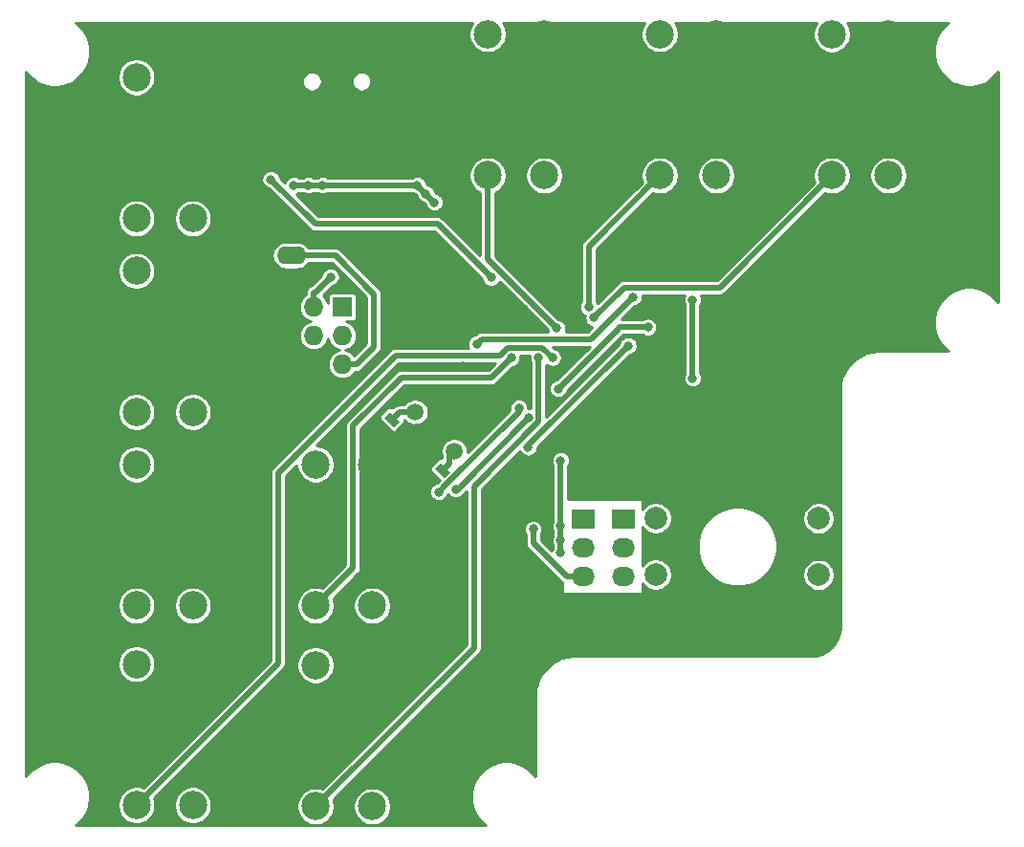
<source format=gbl>
G04 #@! TF.GenerationSoftware,KiCad,Pcbnew,(5.1.2)-2*
G04 #@! TF.CreationDate,2025-05-11T13:48:29+09:00*
G04 #@! TF.ProjectId,FIC_2,4649435f-322e-46b6-9963-61645f706362,rev?*
G04 #@! TF.SameCoordinates,Original*
G04 #@! TF.FileFunction,Copper,L2,Bot*
G04 #@! TF.FilePolarity,Positive*
%FSLAX46Y46*%
G04 Gerber Fmt 4.6, Leading zero omitted, Abs format (unit mm)*
G04 Created by KiCad (PCBNEW (5.1.2)-2) date 2025-05-11 13:48:29*
%MOMM*%
%LPD*%
G04 APERTURE LIST*
%ADD10C,2.000000*%
%ADD11C,4.000000*%
%ADD12O,2.600000X1.600000*%
%ADD13C,2.500000*%
%ADD14C,0.750000*%
%ADD15C,0.100000*%
%ADD16R,1.727200X1.727200*%
%ADD17O,1.727200X1.727200*%
%ADD18R,2.032000X1.727200*%
%ADD19O,2.032000X1.727200*%
%ADD20C,1.500000*%
%ADD21C,0.800000*%
%ADD22C,0.500000*%
%ADD23C,0.800000*%
%ADD24C,0.250000*%
%ADD25C,0.254000*%
G04 APERTURE END LIST*
D10*
X164475000Y-102087800D03*
X164475000Y-107087800D03*
X150039000Y-107071800D03*
X150039000Y-102071800D03*
X150039000Y-104571800D03*
D11*
X157289000Y-111171800D03*
X157289000Y-97971800D03*
D12*
X117781000Y-78790800D03*
X124281000Y-78790800D03*
D13*
X165648000Y-59205800D03*
X170648000Y-59205800D03*
X165648000Y-71705800D03*
X170648000Y-71705800D03*
D14*
X129847249Y-96497049D03*
D15*
G36*
X129157820Y-96337950D02*
G01*
X129688150Y-95807620D01*
X130536678Y-96656148D01*
X130006348Y-97186478D01*
X129157820Y-96337950D01*
X129157820Y-96337950D01*
G37*
D14*
X131190751Y-97840551D03*
D15*
G36*
X130501322Y-97681452D02*
G01*
X131031652Y-97151122D01*
X131880180Y-97999650D01*
X131349850Y-98529980D01*
X130501322Y-97681452D01*
X130501322Y-97681452D01*
G37*
D14*
X128015951Y-94665551D03*
D15*
G36*
X128705380Y-94824650D02*
G01*
X128175050Y-95354980D01*
X127326522Y-94506452D01*
X127856852Y-93976122D01*
X128705380Y-94824650D01*
X128705380Y-94824650D01*
G37*
D14*
X126672449Y-93322049D03*
D15*
G36*
X127361878Y-93481148D02*
G01*
X126831548Y-94011478D01*
X125983020Y-93162950D01*
X126513350Y-92632620D01*
X127361878Y-93481148D01*
X127361878Y-93481148D01*
G37*
D16*
X122301000Y-83362800D03*
D17*
X119761000Y-83362800D03*
X122301000Y-85902800D03*
X119761000Y-85902800D03*
X122301000Y-88442800D03*
X119761000Y-88442800D03*
D18*
X147193000Y-102158800D03*
D19*
X147193000Y-104698800D03*
X147193000Y-107238800D03*
X143637000Y-107238800D03*
X143637000Y-104698800D03*
D18*
X143637000Y-102158800D03*
D13*
X109053000Y-75515800D03*
X104053000Y-75515800D03*
X109053000Y-63015800D03*
X104053000Y-63015800D03*
X104053000Y-80160800D03*
X109053000Y-80160800D03*
X104053000Y-92660800D03*
X109053000Y-92660800D03*
X109053000Y-109805800D03*
X104053000Y-109805800D03*
X109053000Y-97305800D03*
X104053000Y-97305800D03*
X104053000Y-114985800D03*
X109053000Y-114985800D03*
X104053000Y-127485800D03*
X109053000Y-127485800D03*
X124928000Y-109805800D03*
X119928000Y-109805800D03*
X124928000Y-97305800D03*
X119928000Y-97305800D03*
X119928000Y-115085800D03*
X124928000Y-115085800D03*
X119928000Y-127585800D03*
X124928000Y-127585800D03*
X140168000Y-71705800D03*
X135168000Y-71705800D03*
X140168000Y-59205800D03*
X135168000Y-59205800D03*
X150408000Y-59205800D03*
X155408000Y-59205800D03*
X150408000Y-71705800D03*
X155408000Y-71705800D03*
D20*
X132207000Y-96125800D03*
X128742177Y-92660977D03*
D21*
X120142000Y-103809800D03*
X130111500Y-69392800D03*
X117221000Y-69202300D03*
X143186000Y-76552800D03*
X158902400Y-72390000D03*
X124953000Y-93917800D03*
X116353000Y-93117800D03*
X130492500Y-82092800D03*
X129730500Y-81330800D03*
X128968500Y-80568800D03*
X128206500Y-79806800D03*
X129730500Y-82727800D03*
X128968500Y-81965800D03*
X128206500Y-81203800D03*
X127444500Y-80441800D03*
X117688500Y-109377800D03*
X121244500Y-122522300D03*
X108608000Y-120426800D03*
X107909500Y-88105300D03*
X109687500Y-103916800D03*
X108267500Y-70345300D03*
X177686000Y-71852800D03*
X147686000Y-97852800D03*
X133686000Y-122852800D03*
X128686000Y-128852800D03*
X112813000Y-128725800D03*
X172686000Y-79852800D03*
X167686000Y-84852800D03*
X97686000Y-79852800D03*
X97686000Y-89852800D03*
X97686000Y-99852800D03*
X97686000Y-109852800D03*
X101813000Y-128725800D03*
X177686000Y-79852800D03*
X150686000Y-112852800D03*
X107686000Y-59852800D03*
X132686000Y-59852800D03*
X147686000Y-59852800D03*
X162686000Y-59852800D03*
X177686000Y-64852800D03*
X162686000Y-89852800D03*
X139573000Y-113461800D03*
X96313000Y-121725800D03*
X97686000Y-64852800D03*
X145237200Y-81127600D03*
X136779000Y-98602800D03*
X136271000Y-102819200D03*
X126111000Y-74345800D03*
X130619500Y-79044800D03*
X126288800Y-71526400D03*
X137287000Y-77901800D03*
X132969000Y-88569800D03*
X126111000Y-87045800D03*
X127127000Y-83997800D03*
X131191000Y-93649800D03*
X130683000Y-94919800D03*
X129667000Y-93903800D03*
X138366500Y-83553300D03*
X137350500Y-84315300D03*
X136271000Y-85267800D03*
X136525000Y-92125800D03*
X141605000Y-89077800D03*
X138049000Y-90601800D03*
X136525000Y-90601800D03*
X135001000Y-90601800D03*
X123063000Y-90220800D03*
X121793000Y-90220800D03*
X120523000Y-90220800D03*
X119253000Y-90220800D03*
X147002500Y-89204800D03*
X126238000Y-102285800D03*
X120523000Y-91617800D03*
X119253000Y-91617800D03*
X121793000Y-91617800D03*
X147091400Y-78765400D03*
X127813000Y-122725800D03*
X126809351Y-95872151D03*
X128143000Y-97205800D03*
X129413000Y-98475800D03*
X126873000Y-98475800D03*
X128143000Y-99745800D03*
X125603000Y-99745800D03*
X138557000Y-88569800D03*
X119253000Y-72567800D03*
X121259400Y-80694800D03*
X141626800Y-105144900D03*
X141626800Y-96957800D03*
X130429225Y-74091575D03*
X129667225Y-73329575D03*
X128905225Y-72567575D03*
X120523000Y-72567800D03*
X117983000Y-72567800D03*
X141626800Y-104042000D03*
X141626800Y-102772000D03*
X149352000Y-85140800D03*
X141414500Y-90601800D03*
X148038900Y-82480000D03*
X134199200Y-86633700D03*
X147602700Y-86784800D03*
X138756300Y-95778300D03*
X153314400Y-89662000D03*
X153313000Y-82725800D03*
X139198700Y-103027400D03*
X135473800Y-80757000D03*
X115951000Y-72059800D03*
X132323300Y-99496900D03*
X138830800Y-93162800D03*
X130831300Y-99745800D03*
X137929700Y-92312500D03*
X140893800Y-87842200D03*
X137242900Y-87878900D03*
X139681100Y-87863000D03*
X141291900Y-85239800D03*
X144106000Y-83356300D03*
X144562800Y-84324300D03*
D22*
X131190800Y-97840600D02*
X131774500Y-97256900D01*
X132207000Y-96125800D02*
X131774400Y-96558400D01*
X131774400Y-96558400D02*
X131774400Y-97256900D01*
X131774400Y-97256900D02*
X131774500Y-97256900D01*
X157289000Y-97971800D02*
X148771100Y-89453900D01*
X148771100Y-89453900D02*
X147264400Y-89453900D01*
X125375702Y-97305800D02*
X126809351Y-95872151D01*
X124928000Y-97305800D02*
X125375702Y-97305800D01*
X129847249Y-96496849D02*
X128015951Y-94665551D01*
X129847249Y-96497049D02*
X129847249Y-96496849D01*
X119253000Y-88950800D02*
X119761000Y-88442800D01*
X119253000Y-90220800D02*
X119253000Y-88950800D01*
X120523000Y-90220800D02*
X121793000Y-90220800D01*
X137414000Y-89966800D02*
X138049000Y-90601800D01*
X136525000Y-90601800D02*
X136525000Y-92125800D01*
X131191000Y-94411800D02*
X130683000Y-94919800D01*
X131191000Y-93649800D02*
X131191000Y-94411800D01*
X130683000Y-94919800D02*
X129667000Y-93903800D01*
X130683000Y-95661298D02*
X129847249Y-96497049D01*
X130683000Y-94919800D02*
X130683000Y-95661298D01*
X128777702Y-93903800D02*
X128015951Y-94665551D01*
X129667000Y-93903800D02*
X128777702Y-93903800D01*
X121793000Y-91617800D02*
X120523000Y-91617800D01*
X119253000Y-91617800D02*
X119253000Y-90220800D01*
X121793000Y-91490800D02*
X123063000Y-90220800D01*
X121793000Y-91617800D02*
X121793000Y-91490800D01*
D23*
X134813000Y-122725800D02*
X137686000Y-119852800D01*
X127813000Y-122725800D02*
X134813000Y-122725800D01*
X154460573Y-111171800D02*
X157289000Y-111171800D01*
X137686000Y-117691296D02*
X144205496Y-111171800D01*
X150686000Y-111490800D02*
X150367000Y-111171800D01*
X150686000Y-112852800D02*
X150686000Y-111490800D01*
X144205496Y-111171800D02*
X150367000Y-111171800D01*
X150367000Y-111171800D02*
X154460573Y-111171800D01*
X162686000Y-92574800D02*
X162686000Y-89852800D01*
X157289000Y-97971800D02*
X162686000Y-92574800D01*
X156055000Y-59852800D02*
X155408000Y-59205800D01*
X162686000Y-59852800D02*
X156055000Y-59852800D01*
X148085999Y-60252799D02*
X147686000Y-59852800D01*
X148889001Y-61055801D02*
X148085999Y-60252799D01*
X153557999Y-61055801D02*
X148889001Y-61055801D01*
X155408000Y-59205800D02*
X153557999Y-61055801D01*
X133085999Y-60252799D02*
X132686000Y-59852800D01*
X133889001Y-61055801D02*
X133085999Y-60252799D01*
X146482999Y-61055801D02*
X133889001Y-61055801D01*
X147686000Y-59852800D02*
X146482999Y-61055801D01*
X109053000Y-61219800D02*
X107686000Y-59852800D01*
X109053000Y-63015800D02*
X109053000Y-61219800D01*
X98085999Y-64452801D02*
X97686000Y-64852800D01*
X98247501Y-64452801D02*
X98085999Y-64452801D01*
X102847502Y-59852800D02*
X98247501Y-64452801D01*
X107686000Y-59852800D02*
X102847502Y-59852800D01*
D22*
X97686000Y-99852800D02*
X102596000Y-99852800D01*
X102596000Y-99852800D02*
X106743500Y-104000300D01*
X106743500Y-104000300D02*
X109664500Y-104000300D01*
X109664500Y-104000300D02*
X111188500Y-102476300D01*
X110302999Y-98555799D02*
X109053000Y-97305800D01*
X111188500Y-99441300D02*
X110302999Y-98555799D01*
X111188500Y-102476300D02*
X111188500Y-99441300D01*
X128098499Y-80041801D02*
X128161999Y-80041801D01*
X127698500Y-80441800D02*
X128098499Y-80041801D01*
X128161999Y-80041801D02*
X128397000Y-79806800D01*
X128397000Y-79806800D02*
X131064000Y-82473800D01*
X126809351Y-95872151D02*
X128015951Y-94665551D01*
D24*
X129413000Y-98475800D02*
X129413000Y-98475800D01*
D22*
X128143000Y-97205800D02*
X129413000Y-98475800D01*
X128143000Y-97205800D02*
X126873000Y-98475800D01*
X126873000Y-98475800D02*
X126873000Y-98475800D01*
X128143000Y-99745800D02*
X124333000Y-99745800D01*
X141863000Y-111171800D02*
X139573000Y-113461800D01*
X144205496Y-111171800D02*
X141863000Y-111171800D01*
D23*
X137686000Y-119852800D02*
X137686000Y-117691296D01*
D22*
X137414000Y-89649300D02*
X137477500Y-89649300D01*
X137477500Y-89649300D02*
X138557000Y-88569800D01*
X128742200Y-92661000D02*
X127333400Y-92661000D01*
X127333400Y-92661000D02*
X126672400Y-93322000D01*
X119761000Y-82048900D02*
X119905300Y-82048900D01*
X119905300Y-82048900D02*
X121259400Y-80694800D01*
X119761000Y-83362800D02*
X119761000Y-82048900D01*
X141626800Y-96957800D02*
X141626800Y-102772000D01*
X130429225Y-74091575D02*
X128905225Y-72567575D01*
X128339540Y-72567575D02*
X128339315Y-72567800D01*
X128905225Y-72567575D02*
X128339540Y-72567575D01*
X128339315Y-72567800D02*
X119253000Y-72567800D01*
X118999000Y-72567800D02*
X117983000Y-72567800D01*
X141626800Y-104042000D02*
X141626800Y-105144900D01*
X141626800Y-102772000D02*
X141626800Y-104042000D01*
X146656500Y-85359800D02*
X141414500Y-90601800D01*
X148786315Y-85140800D02*
X146875500Y-85140800D01*
X149352000Y-85140800D02*
X148786315Y-85140800D01*
X146656500Y-85359800D02*
X146875500Y-85140800D01*
X134199200Y-86633700D02*
X134635800Y-86197100D01*
X134635800Y-86197100D02*
X144321800Y-86197100D01*
X144321800Y-86197100D02*
X148038900Y-82480000D01*
X147602700Y-86784800D02*
X138756300Y-95631200D01*
X138756300Y-95631200D02*
X138756300Y-95778300D01*
X153313000Y-89660600D02*
X153314400Y-89662000D01*
X153313000Y-82725800D02*
X153313000Y-89660600D01*
X143637000Y-107238800D02*
X142170700Y-107238800D01*
X139198700Y-103027400D02*
X139198700Y-104266800D01*
X139198700Y-104266800D02*
X142170700Y-107238800D01*
X117781000Y-78790800D02*
X121666000Y-78790800D01*
X121666000Y-78790800D02*
X125095000Y-82219800D01*
X125095000Y-86870114D02*
X125095000Y-86283800D01*
X123522314Y-88442800D02*
X125095000Y-86870114D01*
X122301000Y-88442800D02*
X123522314Y-88442800D01*
X125095000Y-82219800D02*
X125095000Y-86283800D01*
X135473800Y-80757000D02*
X130729700Y-76012900D01*
X119904100Y-76012900D02*
X120379900Y-76012900D01*
X115951000Y-72059800D02*
X119904100Y-76012900D01*
X130729700Y-76012900D02*
X120379900Y-76012900D01*
X138830800Y-93162800D02*
X132496700Y-99496900D01*
X132496700Y-99496900D02*
X132323300Y-99496900D01*
X131353900Y-99207600D02*
X137929700Y-92631800D01*
X137929700Y-92631800D02*
X137929700Y-92312500D01*
X131353900Y-99223200D02*
X131353900Y-99207600D01*
X130831300Y-99745800D02*
X131353900Y-99223200D01*
X116579300Y-114959500D02*
X104053000Y-127485800D01*
X116579300Y-98089502D02*
X116579300Y-98609500D01*
X116579300Y-98609500D02*
X116579300Y-114959500D01*
X116579300Y-98138498D02*
X116579300Y-98609500D01*
X140893800Y-87842200D02*
X140006100Y-86954500D01*
X127014002Y-87654800D02*
X116579300Y-98089502D01*
X140006100Y-86954500D02*
X136964600Y-86954500D01*
X136964600Y-86954500D02*
X136264300Y-87654800D01*
X136264300Y-87654800D02*
X127014002Y-87654800D01*
X123227999Y-106505801D02*
X119928000Y-109805800D01*
X123227999Y-93865801D02*
X123227999Y-106505801D01*
X127508000Y-89585800D02*
X123227999Y-93865801D01*
X137242900Y-87878900D02*
X135536000Y-89585800D01*
X135536000Y-89585800D02*
X127508000Y-89585800D01*
X119928000Y-127585800D02*
X133954500Y-113559300D01*
X133954500Y-113559300D02*
X133954500Y-99241700D01*
X133954500Y-99241700D02*
X139681100Y-93515100D01*
X139681100Y-93515100D02*
X139681100Y-87863000D01*
X135168000Y-71705800D02*
X135168000Y-79115900D01*
X135168000Y-79115900D02*
X141291900Y-85239800D01*
X144106000Y-83356300D02*
X144106000Y-78007800D01*
X144106000Y-78007800D02*
X150408000Y-71705800D01*
X144562800Y-84324300D02*
X147257500Y-81629600D01*
X147257500Y-81629600D02*
X155724200Y-81629600D01*
X155724200Y-81629600D02*
X165648000Y-71705800D01*
D25*
G36*
X133681862Y-58411443D02*
G01*
X133555446Y-58716637D01*
X133491000Y-59040630D01*
X133491000Y-59370970D01*
X133555446Y-59694963D01*
X133681862Y-60000157D01*
X133865389Y-60274825D01*
X134098975Y-60508411D01*
X134373643Y-60691938D01*
X134678837Y-60818354D01*
X135002830Y-60882800D01*
X135333170Y-60882800D01*
X135657163Y-60818354D01*
X135962357Y-60691938D01*
X136237025Y-60508411D01*
X136470611Y-60274825D01*
X136654138Y-60000157D01*
X136780554Y-59694963D01*
X136845000Y-59370970D01*
X136845000Y-59040630D01*
X136780554Y-58716637D01*
X136654138Y-58411443D01*
X136498023Y-58177800D01*
X149077977Y-58177800D01*
X148921862Y-58411443D01*
X148795446Y-58716637D01*
X148731000Y-59040630D01*
X148731000Y-59370970D01*
X148795446Y-59694963D01*
X148921862Y-60000157D01*
X149105389Y-60274825D01*
X149338975Y-60508411D01*
X149613643Y-60691938D01*
X149918837Y-60818354D01*
X150242830Y-60882800D01*
X150573170Y-60882800D01*
X150897163Y-60818354D01*
X151202357Y-60691938D01*
X151477025Y-60508411D01*
X151710611Y-60274825D01*
X151894138Y-60000157D01*
X152020554Y-59694963D01*
X152085000Y-59370970D01*
X152085000Y-59040630D01*
X152020554Y-58716637D01*
X151894138Y-58411443D01*
X151738023Y-58177800D01*
X164317977Y-58177800D01*
X164161862Y-58411443D01*
X164035446Y-58716637D01*
X163971000Y-59040630D01*
X163971000Y-59370970D01*
X164035446Y-59694963D01*
X164161862Y-60000157D01*
X164345389Y-60274825D01*
X164578975Y-60508411D01*
X164853643Y-60691938D01*
X165158837Y-60818354D01*
X165482830Y-60882800D01*
X165813170Y-60882800D01*
X166137163Y-60818354D01*
X166442357Y-60691938D01*
X166717025Y-60508411D01*
X166950611Y-60274825D01*
X167134138Y-60000157D01*
X167260554Y-59694963D01*
X167325000Y-59370970D01*
X167325000Y-59040630D01*
X167260554Y-58716637D01*
X167134138Y-58411443D01*
X166978023Y-58177800D01*
X175997901Y-58177800D01*
X175819654Y-58296901D01*
X175384101Y-58732454D01*
X175041889Y-59244610D01*
X174806169Y-59813688D01*
X174686000Y-60417817D01*
X174686000Y-61033783D01*
X174806169Y-61637912D01*
X175041889Y-62206990D01*
X175384101Y-62719146D01*
X175819654Y-63154699D01*
X176331810Y-63496911D01*
X176900888Y-63732631D01*
X177505017Y-63852800D01*
X178120983Y-63852800D01*
X178725112Y-63732631D01*
X179294190Y-63496911D01*
X179806346Y-63154699D01*
X180241899Y-62719146D01*
X180361000Y-62540899D01*
X180361001Y-82910702D01*
X180241899Y-82732454D01*
X179806346Y-82296901D01*
X179294190Y-81954689D01*
X178725112Y-81718969D01*
X178120983Y-81598800D01*
X177505017Y-81598800D01*
X176900888Y-81718969D01*
X176331810Y-81954689D01*
X175819654Y-82296901D01*
X175384101Y-82732454D01*
X175041889Y-83244610D01*
X174806169Y-83813688D01*
X174686000Y-84417817D01*
X174686000Y-85033783D01*
X174806169Y-85637912D01*
X175041889Y-86206990D01*
X175384101Y-86719146D01*
X175819654Y-87154699D01*
X175997901Y-87273800D01*
X169790795Y-87273800D01*
X169769839Y-87275864D01*
X169751090Y-87275733D01*
X169744809Y-87276349D01*
X169162519Y-87337550D01*
X169122388Y-87345788D01*
X169082148Y-87353464D01*
X169076106Y-87355288D01*
X168516792Y-87528425D01*
X168478989Y-87544316D01*
X168441044Y-87559647D01*
X168435475Y-87562608D01*
X168435470Y-87562610D01*
X168435466Y-87562613D01*
X167920439Y-87841086D01*
X167886479Y-87863992D01*
X167852196Y-87886426D01*
X167847305Y-87890415D01*
X167396172Y-88263625D01*
X167367324Y-88292675D01*
X167338036Y-88321356D01*
X167334013Y-88326219D01*
X166963961Y-88779948D01*
X166941297Y-88814060D01*
X166918145Y-88847872D01*
X166915147Y-88853419D01*
X166915144Y-88853423D01*
X166915144Y-88853424D01*
X166640269Y-89370388D01*
X166624642Y-89408302D01*
X166608520Y-89445918D01*
X166606653Y-89451947D01*
X166437427Y-90012455D01*
X166429470Y-90052638D01*
X166420952Y-90092713D01*
X166420292Y-90098990D01*
X166363157Y-90681692D01*
X166363157Y-90681705D01*
X166361001Y-90703595D01*
X166361000Y-111703692D01*
X166310347Y-112220287D01*
X166166740Y-112695941D01*
X165933478Y-113134642D01*
X165619449Y-113519680D01*
X165236610Y-113836392D01*
X164799552Y-114072708D01*
X164324909Y-114219635D01*
X163809560Y-114273800D01*
X142790795Y-114273800D01*
X142769839Y-114275864D01*
X142751090Y-114275733D01*
X142744809Y-114276349D01*
X142162519Y-114337550D01*
X142122388Y-114345788D01*
X142082148Y-114353464D01*
X142076106Y-114355288D01*
X141516792Y-114528425D01*
X141478989Y-114544316D01*
X141441044Y-114559647D01*
X141435475Y-114562608D01*
X141435470Y-114562610D01*
X141435466Y-114562613D01*
X140920439Y-114841086D01*
X140886479Y-114863992D01*
X140852196Y-114886426D01*
X140847305Y-114890415D01*
X140396172Y-115263625D01*
X140367324Y-115292675D01*
X140338036Y-115321356D01*
X140334013Y-115326219D01*
X139963961Y-115779948D01*
X139941297Y-115814060D01*
X139918145Y-115847872D01*
X139915147Y-115853419D01*
X139915144Y-115853423D01*
X139915144Y-115853424D01*
X139640269Y-116370388D01*
X139624642Y-116408302D01*
X139608520Y-116445918D01*
X139606653Y-116451947D01*
X139437427Y-117012455D01*
X139429470Y-117052638D01*
X139420952Y-117092713D01*
X139420292Y-117098990D01*
X139363157Y-117681692D01*
X139363157Y-117681705D01*
X139361001Y-117703595D01*
X139361000Y-124910701D01*
X139241899Y-124732454D01*
X138806346Y-124296901D01*
X138294190Y-123954689D01*
X137725112Y-123718969D01*
X137120983Y-123598800D01*
X136505017Y-123598800D01*
X135900888Y-123718969D01*
X135331810Y-123954689D01*
X134819654Y-124296901D01*
X134384101Y-124732454D01*
X134041889Y-125244610D01*
X133806169Y-125813688D01*
X133686000Y-126417817D01*
X133686000Y-127033783D01*
X133806169Y-127637912D01*
X134041889Y-128206990D01*
X134384101Y-128719146D01*
X134819654Y-129154699D01*
X134997901Y-129273800D01*
X98628099Y-129273800D01*
X98806346Y-129154699D01*
X99241899Y-128719146D01*
X99584111Y-128206990D01*
X99819831Y-127637912D01*
X99882942Y-127320630D01*
X102376000Y-127320630D01*
X102376000Y-127650970D01*
X102440446Y-127974963D01*
X102566862Y-128280157D01*
X102750389Y-128554825D01*
X102983975Y-128788411D01*
X103258643Y-128971938D01*
X103563837Y-129098354D01*
X103887830Y-129162800D01*
X104218170Y-129162800D01*
X104542163Y-129098354D01*
X104847357Y-128971938D01*
X105122025Y-128788411D01*
X105355611Y-128554825D01*
X105539138Y-128280157D01*
X105665554Y-127974963D01*
X105730000Y-127650970D01*
X105730000Y-127320630D01*
X107376000Y-127320630D01*
X107376000Y-127650970D01*
X107440446Y-127974963D01*
X107566862Y-128280157D01*
X107750389Y-128554825D01*
X107983975Y-128788411D01*
X108258643Y-128971938D01*
X108563837Y-129098354D01*
X108887830Y-129162800D01*
X109218170Y-129162800D01*
X109542163Y-129098354D01*
X109847357Y-128971938D01*
X110122025Y-128788411D01*
X110355611Y-128554825D01*
X110539138Y-128280157D01*
X110665554Y-127974963D01*
X110730000Y-127650970D01*
X110730000Y-127320630D01*
X110665554Y-126996637D01*
X110539138Y-126691443D01*
X110355611Y-126416775D01*
X110122025Y-126183189D01*
X109847357Y-125999662D01*
X109542163Y-125873246D01*
X109218170Y-125808800D01*
X108887830Y-125808800D01*
X108563837Y-125873246D01*
X108258643Y-125999662D01*
X107983975Y-126183189D01*
X107750389Y-126416775D01*
X107566862Y-126691443D01*
X107440446Y-126996637D01*
X107376000Y-127320630D01*
X105730000Y-127320630D01*
X105665554Y-126996637D01*
X105616943Y-126879279D01*
X117034496Y-115461726D01*
X117060327Y-115440527D01*
X117144928Y-115337441D01*
X117207792Y-115219830D01*
X117246504Y-115092215D01*
X117256300Y-114992752D01*
X117256300Y-114992743D01*
X117259574Y-114959501D01*
X117256300Y-114926259D01*
X117256300Y-114920630D01*
X118251000Y-114920630D01*
X118251000Y-115250970D01*
X118315446Y-115574963D01*
X118441862Y-115880157D01*
X118625389Y-116154825D01*
X118858975Y-116388411D01*
X119133643Y-116571938D01*
X119438837Y-116698354D01*
X119762830Y-116762800D01*
X120093170Y-116762800D01*
X120417163Y-116698354D01*
X120722357Y-116571938D01*
X120997025Y-116388411D01*
X121230611Y-116154825D01*
X121414138Y-115880157D01*
X121540554Y-115574963D01*
X121605000Y-115250970D01*
X121605000Y-114920630D01*
X121540554Y-114596637D01*
X121414138Y-114291443D01*
X121230611Y-114016775D01*
X120997025Y-113783189D01*
X120722357Y-113599662D01*
X120417163Y-113473246D01*
X120093170Y-113408800D01*
X119762830Y-113408800D01*
X119438837Y-113473246D01*
X119133643Y-113599662D01*
X118858975Y-113783189D01*
X118625389Y-114016775D01*
X118441862Y-114291443D01*
X118315446Y-114596637D01*
X118251000Y-114920630D01*
X117256300Y-114920630D01*
X117256300Y-98369924D01*
X118251000Y-97375224D01*
X118251000Y-97470970D01*
X118315446Y-97794963D01*
X118441862Y-98100157D01*
X118625389Y-98374825D01*
X118858975Y-98608411D01*
X119133643Y-98791938D01*
X119438837Y-98918354D01*
X119762830Y-98982800D01*
X120093170Y-98982800D01*
X120417163Y-98918354D01*
X120722357Y-98791938D01*
X120997025Y-98608411D01*
X121230611Y-98374825D01*
X121414138Y-98100157D01*
X121540554Y-97794963D01*
X121605000Y-97470970D01*
X121605000Y-97140630D01*
X121540554Y-96816637D01*
X121414138Y-96511443D01*
X121230611Y-96236775D01*
X120997025Y-96003189D01*
X120722357Y-95819662D01*
X120417163Y-95693246D01*
X120093170Y-95628800D01*
X119997424Y-95628800D01*
X127294424Y-88331800D01*
X135832578Y-88331800D01*
X135255578Y-88908800D01*
X127541241Y-88908800D01*
X127507999Y-88905526D01*
X127474757Y-88908800D01*
X127474748Y-88908800D01*
X127375285Y-88918596D01*
X127247670Y-88957308D01*
X127130059Y-89020172D01*
X127026973Y-89104773D01*
X127005776Y-89130602D01*
X122772799Y-93363579D01*
X122746972Y-93384775D01*
X122725777Y-93410601D01*
X122725775Y-93410603D01*
X122680029Y-93466345D01*
X122662371Y-93487861D01*
X122599507Y-93605472D01*
X122560795Y-93733087D01*
X122550999Y-93832550D01*
X122550999Y-93832556D01*
X122547725Y-93865801D01*
X122550999Y-93899046D01*
X122551000Y-106225378D01*
X120534521Y-108241857D01*
X120417163Y-108193246D01*
X120093170Y-108128800D01*
X119762830Y-108128800D01*
X119438837Y-108193246D01*
X119133643Y-108319662D01*
X118858975Y-108503189D01*
X118625389Y-108736775D01*
X118441862Y-109011443D01*
X118315446Y-109316637D01*
X118251000Y-109640630D01*
X118251000Y-109970970D01*
X118315446Y-110294963D01*
X118441862Y-110600157D01*
X118625389Y-110874825D01*
X118858975Y-111108411D01*
X119133643Y-111291938D01*
X119438837Y-111418354D01*
X119762830Y-111482800D01*
X120093170Y-111482800D01*
X120417163Y-111418354D01*
X120722357Y-111291938D01*
X120997025Y-111108411D01*
X121230611Y-110874825D01*
X121414138Y-110600157D01*
X121540554Y-110294963D01*
X121605000Y-109970970D01*
X121605000Y-109640630D01*
X123251000Y-109640630D01*
X123251000Y-109970970D01*
X123315446Y-110294963D01*
X123441862Y-110600157D01*
X123625389Y-110874825D01*
X123858975Y-111108411D01*
X124133643Y-111291938D01*
X124438837Y-111418354D01*
X124762830Y-111482800D01*
X125093170Y-111482800D01*
X125417163Y-111418354D01*
X125722357Y-111291938D01*
X125997025Y-111108411D01*
X126230611Y-110874825D01*
X126414138Y-110600157D01*
X126540554Y-110294963D01*
X126605000Y-109970970D01*
X126605000Y-109640630D01*
X126540554Y-109316637D01*
X126414138Y-109011443D01*
X126230611Y-108736775D01*
X125997025Y-108503189D01*
X125722357Y-108319662D01*
X125417163Y-108193246D01*
X125093170Y-108128800D01*
X124762830Y-108128800D01*
X124438837Y-108193246D01*
X124133643Y-108319662D01*
X123858975Y-108503189D01*
X123625389Y-108736775D01*
X123441862Y-109011443D01*
X123315446Y-109316637D01*
X123251000Y-109640630D01*
X121605000Y-109640630D01*
X121540554Y-109316637D01*
X121491943Y-109199279D01*
X123683195Y-107008027D01*
X123709026Y-106986828D01*
X123793627Y-106883742D01*
X123856491Y-106766131D01*
X123895203Y-106638516D01*
X123904999Y-106539053D01*
X123904999Y-106539044D01*
X123908273Y-106505802D01*
X123904999Y-106472560D01*
X123904999Y-94146223D01*
X124888272Y-93162950D01*
X125553954Y-93162950D01*
X125562198Y-93246657D01*
X125586615Y-93327146D01*
X125626265Y-93401326D01*
X125679625Y-93466345D01*
X126528153Y-94314873D01*
X126593172Y-94368233D01*
X126667352Y-94407883D01*
X126747841Y-94432300D01*
X126831548Y-94440544D01*
X126915255Y-94432300D01*
X126995744Y-94407883D01*
X127069924Y-94368233D01*
X127134943Y-94314873D01*
X127665273Y-93784543D01*
X127718633Y-93719524D01*
X127758283Y-93645344D01*
X127782700Y-93564855D01*
X127790944Y-93481148D01*
X127782700Y-93397441D01*
X127764668Y-93338000D01*
X127778983Y-93338000D01*
X127827941Y-93411271D01*
X127991883Y-93575213D01*
X128184658Y-93704021D01*
X128398859Y-93792746D01*
X128626253Y-93837977D01*
X128858101Y-93837977D01*
X129085495Y-93792746D01*
X129299696Y-93704021D01*
X129492471Y-93575213D01*
X129656413Y-93411271D01*
X129785221Y-93218496D01*
X129873946Y-93004295D01*
X129919177Y-92776901D01*
X129919177Y-92545053D01*
X129873946Y-92317659D01*
X129785221Y-92103458D01*
X129656413Y-91910683D01*
X129492471Y-91746741D01*
X129299696Y-91617933D01*
X129085495Y-91529208D01*
X128858101Y-91483977D01*
X128626253Y-91483977D01*
X128398859Y-91529208D01*
X128184658Y-91617933D01*
X127991883Y-91746741D01*
X127827941Y-91910683D01*
X127778952Y-91984000D01*
X127366641Y-91984000D01*
X127333399Y-91980726D01*
X127300157Y-91984000D01*
X127300148Y-91984000D01*
X127200685Y-91993796D01*
X127073070Y-92032508D01*
X126955459Y-92095372D01*
X126852373Y-92179973D01*
X126831174Y-92205804D01*
X126756882Y-92280096D01*
X126751726Y-92275865D01*
X126677546Y-92236215D01*
X126597057Y-92211798D01*
X126513350Y-92203554D01*
X126429643Y-92211798D01*
X126349154Y-92236215D01*
X126274974Y-92275865D01*
X126209955Y-92329225D01*
X125679625Y-92859555D01*
X125626265Y-92924574D01*
X125586615Y-92998754D01*
X125562198Y-93079243D01*
X125553954Y-93162950D01*
X124888272Y-93162950D01*
X127788422Y-90262800D01*
X135502755Y-90262800D01*
X135536000Y-90266074D01*
X135569245Y-90262800D01*
X135569252Y-90262800D01*
X135668715Y-90253004D01*
X135796330Y-90214292D01*
X135913941Y-90151428D01*
X136017027Y-90066827D01*
X136038226Y-90040996D01*
X137385482Y-88693740D01*
X137484127Y-88674118D01*
X137634631Y-88611777D01*
X137770081Y-88521272D01*
X137885272Y-88406081D01*
X137975777Y-88270631D01*
X138038118Y-88120127D01*
X138069900Y-87960352D01*
X138069900Y-87797448D01*
X138038118Y-87637673D01*
X138035561Y-87631500D01*
X138883947Y-87631500D01*
X138854100Y-87781548D01*
X138854100Y-87944452D01*
X138885882Y-88104227D01*
X138948223Y-88254731D01*
X139004101Y-88338358D01*
X139004100Y-92354070D01*
X138912252Y-92335800D01*
X138756700Y-92335800D01*
X138756700Y-92231048D01*
X138724918Y-92071273D01*
X138662577Y-91920769D01*
X138572072Y-91785319D01*
X138456881Y-91670128D01*
X138321431Y-91579623D01*
X138170927Y-91517282D01*
X138011152Y-91485500D01*
X137848248Y-91485500D01*
X137688473Y-91517282D01*
X137537969Y-91579623D01*
X137402519Y-91670128D01*
X137287328Y-91785319D01*
X137196823Y-91920769D01*
X137134482Y-92071273D01*
X137102700Y-92231048D01*
X137102700Y-92393952D01*
X137120523Y-92483554D01*
X133384000Y-96220078D01*
X133384000Y-96009876D01*
X133338769Y-95782482D01*
X133250044Y-95568281D01*
X133121236Y-95375506D01*
X132957294Y-95211564D01*
X132764519Y-95082756D01*
X132550318Y-94994031D01*
X132322924Y-94948800D01*
X132091076Y-94948800D01*
X131863682Y-94994031D01*
X131649481Y-95082756D01*
X131456706Y-95211564D01*
X131292764Y-95375506D01*
X131163956Y-95568281D01*
X131075231Y-95782482D01*
X131030000Y-96009876D01*
X131030000Y-96241724D01*
X131075231Y-96469118D01*
X131097600Y-96523121D01*
X131097400Y-96525149D01*
X131097400Y-96525155D01*
X131094126Y-96558400D01*
X131097400Y-96591645D01*
X131097400Y-96728531D01*
X131031652Y-96722056D01*
X130947945Y-96730300D01*
X130867456Y-96754717D01*
X130793276Y-96794367D01*
X130728257Y-96847727D01*
X130197927Y-97378057D01*
X130144567Y-97443076D01*
X130104917Y-97517256D01*
X130080500Y-97597745D01*
X130072256Y-97681452D01*
X130080500Y-97765159D01*
X130104917Y-97845648D01*
X130144567Y-97919828D01*
X130197927Y-97984847D01*
X130908579Y-98695499D01*
X130898700Y-98705378D01*
X130872874Y-98726573D01*
X130788272Y-98829659D01*
X130786267Y-98833410D01*
X130688717Y-98930960D01*
X130590073Y-98950582D01*
X130439569Y-99012923D01*
X130304119Y-99103428D01*
X130188928Y-99218619D01*
X130098423Y-99354069D01*
X130036082Y-99504573D01*
X130004300Y-99664348D01*
X130004300Y-99827252D01*
X130036082Y-99987027D01*
X130098423Y-100137531D01*
X130188928Y-100272981D01*
X130304119Y-100388172D01*
X130439569Y-100478677D01*
X130590073Y-100541018D01*
X130749848Y-100572800D01*
X130912752Y-100572800D01*
X131072527Y-100541018D01*
X131223031Y-100478677D01*
X131358481Y-100388172D01*
X131473672Y-100272981D01*
X131564177Y-100137531D01*
X131626518Y-99987027D01*
X131633320Y-99952831D01*
X131680928Y-100024081D01*
X131796119Y-100139272D01*
X131931569Y-100229777D01*
X132082073Y-100292118D01*
X132241848Y-100323900D01*
X132404752Y-100323900D01*
X132564527Y-100292118D01*
X132715031Y-100229777D01*
X132850481Y-100139272D01*
X132965672Y-100024081D01*
X133043664Y-99907358D01*
X133277501Y-99673521D01*
X133277500Y-113278877D01*
X120534521Y-126021857D01*
X120417163Y-125973246D01*
X120093170Y-125908800D01*
X119762830Y-125908800D01*
X119438837Y-125973246D01*
X119133643Y-126099662D01*
X118858975Y-126283189D01*
X118625389Y-126516775D01*
X118441862Y-126791443D01*
X118315446Y-127096637D01*
X118251000Y-127420630D01*
X118251000Y-127750970D01*
X118315446Y-128074963D01*
X118441862Y-128380157D01*
X118625389Y-128654825D01*
X118858975Y-128888411D01*
X119133643Y-129071938D01*
X119438837Y-129198354D01*
X119762830Y-129262800D01*
X120093170Y-129262800D01*
X120417163Y-129198354D01*
X120722357Y-129071938D01*
X120997025Y-128888411D01*
X121230611Y-128654825D01*
X121414138Y-128380157D01*
X121540554Y-128074963D01*
X121605000Y-127750970D01*
X121605000Y-127420630D01*
X123251000Y-127420630D01*
X123251000Y-127750970D01*
X123315446Y-128074963D01*
X123441862Y-128380157D01*
X123625389Y-128654825D01*
X123858975Y-128888411D01*
X124133643Y-129071938D01*
X124438837Y-129198354D01*
X124762830Y-129262800D01*
X125093170Y-129262800D01*
X125417163Y-129198354D01*
X125722357Y-129071938D01*
X125997025Y-128888411D01*
X126230611Y-128654825D01*
X126414138Y-128380157D01*
X126540554Y-128074963D01*
X126605000Y-127750970D01*
X126605000Y-127420630D01*
X126540554Y-127096637D01*
X126414138Y-126791443D01*
X126230611Y-126516775D01*
X125997025Y-126283189D01*
X125722357Y-126099662D01*
X125417163Y-125973246D01*
X125093170Y-125908800D01*
X124762830Y-125908800D01*
X124438837Y-125973246D01*
X124133643Y-126099662D01*
X123858975Y-126283189D01*
X123625389Y-126516775D01*
X123441862Y-126791443D01*
X123315446Y-127096637D01*
X123251000Y-127420630D01*
X121605000Y-127420630D01*
X121540554Y-127096637D01*
X121491943Y-126979279D01*
X134409706Y-114061517D01*
X134435526Y-114040327D01*
X134456718Y-114014505D01*
X134456724Y-114014499D01*
X134520128Y-113937241D01*
X134582992Y-113819630D01*
X134621704Y-113692015D01*
X134634775Y-113559300D01*
X134631500Y-113526048D01*
X134631500Y-102945948D01*
X138371700Y-102945948D01*
X138371700Y-103108852D01*
X138403482Y-103268627D01*
X138465823Y-103419131D01*
X138521700Y-103502757D01*
X138521701Y-104233546D01*
X138518426Y-104266800D01*
X138531496Y-104399514D01*
X138570208Y-104527129D01*
X138633072Y-104644740D01*
X138696476Y-104721998D01*
X138696479Y-104722001D01*
X138717674Y-104747827D01*
X138743500Y-104769022D01*
X141668478Y-107694001D01*
X141689673Y-107719827D01*
X141715499Y-107741022D01*
X141715501Y-107741024D01*
X141732000Y-107754564D01*
X141732000Y-108635800D01*
X141734440Y-108660576D01*
X141741667Y-108684401D01*
X141753403Y-108706357D01*
X141769197Y-108725603D01*
X141788443Y-108741397D01*
X141810399Y-108753133D01*
X141834224Y-108760360D01*
X141859000Y-108762800D01*
X148717000Y-108762800D01*
X148741776Y-108760360D01*
X148765601Y-108753133D01*
X148787557Y-108741397D01*
X148806803Y-108725603D01*
X148822597Y-108706357D01*
X148834333Y-108684401D01*
X148841560Y-108660576D01*
X148844000Y-108635800D01*
X148844000Y-107851889D01*
X148930576Y-107981460D01*
X149129340Y-108180224D01*
X149363062Y-108336391D01*
X149622759Y-108443962D01*
X149898453Y-108498800D01*
X150179547Y-108498800D01*
X150455241Y-108443962D01*
X150714938Y-108336391D01*
X150948660Y-108180224D01*
X151147424Y-107981460D01*
X151303591Y-107747738D01*
X151411162Y-107488041D01*
X151466000Y-107212347D01*
X151466000Y-106931253D01*
X151411162Y-106655559D01*
X151303591Y-106395862D01*
X151147424Y-106162140D01*
X150948660Y-105963376D01*
X150714938Y-105807209D01*
X150455241Y-105699638D01*
X150179547Y-105644800D01*
X149898453Y-105644800D01*
X149622759Y-105699638D01*
X149363062Y-105807209D01*
X149129340Y-105963376D01*
X148930576Y-106162140D01*
X148844000Y-106291711D01*
X148844000Y-104224421D01*
X153762000Y-104224421D01*
X153762000Y-104919179D01*
X153897540Y-105600588D01*
X154163413Y-106242461D01*
X154549400Y-106820132D01*
X155040668Y-107311400D01*
X155618339Y-107697387D01*
X156260212Y-107963260D01*
X156941621Y-108098800D01*
X157636379Y-108098800D01*
X158317788Y-107963260D01*
X158959661Y-107697387D01*
X159537332Y-107311400D01*
X159901479Y-106947253D01*
X163048000Y-106947253D01*
X163048000Y-107228347D01*
X163102838Y-107504041D01*
X163210409Y-107763738D01*
X163366576Y-107997460D01*
X163565340Y-108196224D01*
X163799062Y-108352391D01*
X164058759Y-108459962D01*
X164334453Y-108514800D01*
X164615547Y-108514800D01*
X164891241Y-108459962D01*
X165150938Y-108352391D01*
X165384660Y-108196224D01*
X165583424Y-107997460D01*
X165739591Y-107763738D01*
X165847162Y-107504041D01*
X165902000Y-107228347D01*
X165902000Y-106947253D01*
X165847162Y-106671559D01*
X165739591Y-106411862D01*
X165583424Y-106178140D01*
X165384660Y-105979376D01*
X165150938Y-105823209D01*
X164891241Y-105715638D01*
X164615547Y-105660800D01*
X164334453Y-105660800D01*
X164058759Y-105715638D01*
X163799062Y-105823209D01*
X163565340Y-105979376D01*
X163366576Y-106178140D01*
X163210409Y-106411862D01*
X163102838Y-106671559D01*
X163048000Y-106947253D01*
X159901479Y-106947253D01*
X160028600Y-106820132D01*
X160414587Y-106242461D01*
X160680460Y-105600588D01*
X160816000Y-104919179D01*
X160816000Y-104224421D01*
X160680460Y-103543012D01*
X160414587Y-102901139D01*
X160028600Y-102323468D01*
X159652385Y-101947253D01*
X163048000Y-101947253D01*
X163048000Y-102228347D01*
X163102838Y-102504041D01*
X163210409Y-102763738D01*
X163366576Y-102997460D01*
X163565340Y-103196224D01*
X163799062Y-103352391D01*
X164058759Y-103459962D01*
X164334453Y-103514800D01*
X164615547Y-103514800D01*
X164891241Y-103459962D01*
X165150938Y-103352391D01*
X165384660Y-103196224D01*
X165583424Y-102997460D01*
X165739591Y-102763738D01*
X165847162Y-102504041D01*
X165902000Y-102228347D01*
X165902000Y-101947253D01*
X165847162Y-101671559D01*
X165739591Y-101411862D01*
X165583424Y-101178140D01*
X165384660Y-100979376D01*
X165150938Y-100823209D01*
X164891241Y-100715638D01*
X164615547Y-100660800D01*
X164334453Y-100660800D01*
X164058759Y-100715638D01*
X163799062Y-100823209D01*
X163565340Y-100979376D01*
X163366576Y-101178140D01*
X163210409Y-101411862D01*
X163102838Y-101671559D01*
X163048000Y-101947253D01*
X159652385Y-101947253D01*
X159537332Y-101832200D01*
X158959661Y-101446213D01*
X158317788Y-101180340D01*
X157636379Y-101044800D01*
X156941621Y-101044800D01*
X156260212Y-101180340D01*
X155618339Y-101446213D01*
X155040668Y-101832200D01*
X154549400Y-102323468D01*
X154163413Y-102901139D01*
X153897540Y-103543012D01*
X153762000Y-104224421D01*
X148844000Y-104224421D01*
X148844000Y-102851889D01*
X148930576Y-102981460D01*
X149129340Y-103180224D01*
X149363062Y-103336391D01*
X149622759Y-103443962D01*
X149898453Y-103498800D01*
X150179547Y-103498800D01*
X150455241Y-103443962D01*
X150714938Y-103336391D01*
X150948660Y-103180224D01*
X151147424Y-102981460D01*
X151303591Y-102747738D01*
X151411162Y-102488041D01*
X151466000Y-102212347D01*
X151466000Y-101931253D01*
X151411162Y-101655559D01*
X151303591Y-101395862D01*
X151147424Y-101162140D01*
X150948660Y-100963376D01*
X150714938Y-100807209D01*
X150455241Y-100699638D01*
X150179547Y-100644800D01*
X149898453Y-100644800D01*
X149622759Y-100699638D01*
X149363062Y-100807209D01*
X149129340Y-100963376D01*
X148930576Y-101162140D01*
X148844000Y-101291711D01*
X148844000Y-100507800D01*
X148841560Y-100483024D01*
X148834333Y-100459199D01*
X148822597Y-100437243D01*
X148806803Y-100417997D01*
X148787557Y-100402203D01*
X148765601Y-100390467D01*
X148741776Y-100383240D01*
X148717000Y-100380800D01*
X142303800Y-100380800D01*
X142303800Y-97433157D01*
X142359677Y-97349531D01*
X142422018Y-97199027D01*
X142453800Y-97039252D01*
X142453800Y-96876348D01*
X142422018Y-96716573D01*
X142359677Y-96566069D01*
X142269172Y-96430619D01*
X142153981Y-96315428D01*
X142018531Y-96224923D01*
X141868027Y-96162582D01*
X141708252Y-96130800D01*
X141545348Y-96130800D01*
X141385573Y-96162582D01*
X141235069Y-96224923D01*
X141099619Y-96315428D01*
X140984428Y-96430619D01*
X140893923Y-96566069D01*
X140831582Y-96716573D01*
X140799800Y-96876348D01*
X140799800Y-97039252D01*
X140831582Y-97199027D01*
X140893923Y-97349531D01*
X140949800Y-97433157D01*
X140949801Y-102296642D01*
X140893923Y-102380269D01*
X140831582Y-102530773D01*
X140799800Y-102690548D01*
X140799800Y-102853452D01*
X140831582Y-103013227D01*
X140893923Y-103163731D01*
X140949800Y-103247357D01*
X140949801Y-103566642D01*
X140893923Y-103650269D01*
X140831582Y-103800773D01*
X140799800Y-103960548D01*
X140799800Y-104123452D01*
X140831582Y-104283227D01*
X140893923Y-104433731D01*
X140949800Y-104517357D01*
X140949801Y-104669543D01*
X140893923Y-104753169D01*
X140831582Y-104903673D01*
X140825180Y-104935858D01*
X139875700Y-103986378D01*
X139875700Y-103502757D01*
X139931577Y-103419131D01*
X139993918Y-103268627D01*
X140025700Y-103108852D01*
X140025700Y-102945948D01*
X139993918Y-102786173D01*
X139931577Y-102635669D01*
X139841072Y-102500219D01*
X139725881Y-102385028D01*
X139590431Y-102294523D01*
X139439927Y-102232182D01*
X139280152Y-102200400D01*
X139117248Y-102200400D01*
X138957473Y-102232182D01*
X138806969Y-102294523D01*
X138671519Y-102385028D01*
X138556328Y-102500219D01*
X138465823Y-102635669D01*
X138403482Y-102786173D01*
X138371700Y-102945948D01*
X134631500Y-102945948D01*
X134631500Y-99522122D01*
X138011756Y-96141866D01*
X138023423Y-96170031D01*
X138113928Y-96305481D01*
X138229119Y-96420672D01*
X138364569Y-96511177D01*
X138515073Y-96573518D01*
X138674848Y-96605300D01*
X138837752Y-96605300D01*
X138997527Y-96573518D01*
X139148031Y-96511177D01*
X139283481Y-96420672D01*
X139398672Y-96305481D01*
X139489177Y-96170031D01*
X139551518Y-96019527D01*
X139583300Y-95859752D01*
X139583300Y-95761622D01*
X147745283Y-87599640D01*
X147843927Y-87580018D01*
X147994431Y-87517677D01*
X148129881Y-87427172D01*
X148245072Y-87311981D01*
X148335577Y-87176531D01*
X148397918Y-87026027D01*
X148429700Y-86866252D01*
X148429700Y-86703348D01*
X148397918Y-86543573D01*
X148335577Y-86393069D01*
X148245072Y-86257619D01*
X148129881Y-86142428D01*
X147994431Y-86051923D01*
X147843927Y-85989582D01*
X147684152Y-85957800D01*
X147521248Y-85957800D01*
X147361473Y-85989582D01*
X147210969Y-86051923D01*
X147075519Y-86142428D01*
X146960328Y-86257619D01*
X146869823Y-86393069D01*
X146807482Y-86543573D01*
X146787860Y-86642217D01*
X140358100Y-93071978D01*
X140358100Y-88476053D01*
X140366619Y-88484572D01*
X140502069Y-88575077D01*
X140652573Y-88637418D01*
X140812348Y-88669200D01*
X140975252Y-88669200D01*
X141135027Y-88637418D01*
X141285531Y-88575077D01*
X141420981Y-88484572D01*
X141536172Y-88369381D01*
X141626677Y-88233931D01*
X141689018Y-88083427D01*
X141720800Y-87923652D01*
X141720800Y-87760748D01*
X141689018Y-87600973D01*
X141626677Y-87450469D01*
X141536172Y-87315019D01*
X141420981Y-87199828D01*
X141285531Y-87109323D01*
X141135027Y-87046982D01*
X141036382Y-87027360D01*
X140883122Y-86874100D01*
X144184778Y-86874100D01*
X141271918Y-89786960D01*
X141173273Y-89806582D01*
X141022769Y-89868923D01*
X140887319Y-89959428D01*
X140772128Y-90074619D01*
X140681623Y-90210069D01*
X140619282Y-90360573D01*
X140587500Y-90520348D01*
X140587500Y-90683252D01*
X140619282Y-90843027D01*
X140681623Y-90993531D01*
X140772128Y-91128981D01*
X140887319Y-91244172D01*
X141022769Y-91334677D01*
X141173273Y-91397018D01*
X141333048Y-91428800D01*
X141495952Y-91428800D01*
X141655727Y-91397018D01*
X141806231Y-91334677D01*
X141941681Y-91244172D01*
X142056872Y-91128981D01*
X142147377Y-90993531D01*
X142209718Y-90843027D01*
X142229340Y-90744382D01*
X147155922Y-85817800D01*
X148876643Y-85817800D01*
X148960269Y-85873677D01*
X149110773Y-85936018D01*
X149270548Y-85967800D01*
X149433452Y-85967800D01*
X149593227Y-85936018D01*
X149743731Y-85873677D01*
X149879181Y-85783172D01*
X149994372Y-85667981D01*
X150084877Y-85532531D01*
X150147218Y-85382027D01*
X150179000Y-85222252D01*
X150179000Y-85059348D01*
X150147218Y-84899573D01*
X150084877Y-84749069D01*
X149994372Y-84613619D01*
X149879181Y-84498428D01*
X149743731Y-84407923D01*
X149593227Y-84345582D01*
X149433452Y-84313800D01*
X149270548Y-84313800D01*
X149110773Y-84345582D01*
X148960269Y-84407923D01*
X148876643Y-84463800D01*
X147012522Y-84463800D01*
X148181482Y-83294840D01*
X148280127Y-83275218D01*
X148430631Y-83212877D01*
X148566081Y-83122372D01*
X148681272Y-83007181D01*
X148771777Y-82871731D01*
X148834118Y-82721227D01*
X148865900Y-82561452D01*
X148865900Y-82398548D01*
X148847610Y-82306600D01*
X152598477Y-82306600D01*
X152580123Y-82334069D01*
X152517782Y-82484573D01*
X152486000Y-82644348D01*
X152486000Y-82807252D01*
X152517782Y-82967027D01*
X152580123Y-83117531D01*
X152636000Y-83201157D01*
X152636001Y-89188737D01*
X152581523Y-89270269D01*
X152519182Y-89420773D01*
X152487400Y-89580548D01*
X152487400Y-89743452D01*
X152519182Y-89903227D01*
X152581523Y-90053731D01*
X152672028Y-90189181D01*
X152787219Y-90304372D01*
X152922669Y-90394877D01*
X153073173Y-90457218D01*
X153232948Y-90489000D01*
X153395852Y-90489000D01*
X153555627Y-90457218D01*
X153706131Y-90394877D01*
X153841581Y-90304372D01*
X153956772Y-90189181D01*
X154047277Y-90053731D01*
X154109618Y-89903227D01*
X154141400Y-89743452D01*
X154141400Y-89580548D01*
X154109618Y-89420773D01*
X154047277Y-89270269D01*
X153990000Y-89184548D01*
X153990000Y-83201157D01*
X154045877Y-83117531D01*
X154108218Y-82967027D01*
X154140000Y-82807252D01*
X154140000Y-82644348D01*
X154108218Y-82484573D01*
X154045877Y-82334069D01*
X154027523Y-82306600D01*
X155690955Y-82306600D01*
X155724200Y-82309874D01*
X155757445Y-82306600D01*
X155757452Y-82306600D01*
X155856915Y-82296804D01*
X155984530Y-82258092D01*
X156102141Y-82195228D01*
X156205227Y-82110627D01*
X156226426Y-82084796D01*
X165041480Y-73269743D01*
X165158837Y-73318354D01*
X165482830Y-73382800D01*
X165813170Y-73382800D01*
X166137163Y-73318354D01*
X166442357Y-73191938D01*
X166717025Y-73008411D01*
X166950611Y-72774825D01*
X167134138Y-72500157D01*
X167260554Y-72194963D01*
X167325000Y-71870970D01*
X167325000Y-71540630D01*
X168971000Y-71540630D01*
X168971000Y-71870970D01*
X169035446Y-72194963D01*
X169161862Y-72500157D01*
X169345389Y-72774825D01*
X169578975Y-73008411D01*
X169853643Y-73191938D01*
X170158837Y-73318354D01*
X170482830Y-73382800D01*
X170813170Y-73382800D01*
X171137163Y-73318354D01*
X171442357Y-73191938D01*
X171717025Y-73008411D01*
X171950611Y-72774825D01*
X172134138Y-72500157D01*
X172260554Y-72194963D01*
X172325000Y-71870970D01*
X172325000Y-71540630D01*
X172260554Y-71216637D01*
X172134138Y-70911443D01*
X171950611Y-70636775D01*
X171717025Y-70403189D01*
X171442357Y-70219662D01*
X171137163Y-70093246D01*
X170813170Y-70028800D01*
X170482830Y-70028800D01*
X170158837Y-70093246D01*
X169853643Y-70219662D01*
X169578975Y-70403189D01*
X169345389Y-70636775D01*
X169161862Y-70911443D01*
X169035446Y-71216637D01*
X168971000Y-71540630D01*
X167325000Y-71540630D01*
X167260554Y-71216637D01*
X167134138Y-70911443D01*
X166950611Y-70636775D01*
X166717025Y-70403189D01*
X166442357Y-70219662D01*
X166137163Y-70093246D01*
X165813170Y-70028800D01*
X165482830Y-70028800D01*
X165158837Y-70093246D01*
X164853643Y-70219662D01*
X164578975Y-70403189D01*
X164345389Y-70636775D01*
X164161862Y-70911443D01*
X164035446Y-71216637D01*
X163971000Y-71540630D01*
X163971000Y-71870970D01*
X164035446Y-72194963D01*
X164084057Y-72312320D01*
X155443778Y-80952600D01*
X147290741Y-80952600D01*
X147257499Y-80949326D01*
X147224257Y-80952600D01*
X147224248Y-80952600D01*
X147124785Y-80962396D01*
X146997170Y-81001108D01*
X146879559Y-81063972D01*
X146776473Y-81148573D01*
X146755276Y-81174402D01*
X144875850Y-83053828D01*
X144838877Y-82964569D01*
X144783000Y-82880943D01*
X144783000Y-78288222D01*
X149801480Y-73269743D01*
X149918837Y-73318354D01*
X150242830Y-73382800D01*
X150573170Y-73382800D01*
X150897163Y-73318354D01*
X151202357Y-73191938D01*
X151477025Y-73008411D01*
X151710611Y-72774825D01*
X151894138Y-72500157D01*
X152020554Y-72194963D01*
X152085000Y-71870970D01*
X152085000Y-71540630D01*
X153731000Y-71540630D01*
X153731000Y-71870970D01*
X153795446Y-72194963D01*
X153921862Y-72500157D01*
X154105389Y-72774825D01*
X154338975Y-73008411D01*
X154613643Y-73191938D01*
X154918837Y-73318354D01*
X155242830Y-73382800D01*
X155573170Y-73382800D01*
X155897163Y-73318354D01*
X156202357Y-73191938D01*
X156477025Y-73008411D01*
X156710611Y-72774825D01*
X156894138Y-72500157D01*
X157020554Y-72194963D01*
X157085000Y-71870970D01*
X157085000Y-71540630D01*
X157020554Y-71216637D01*
X156894138Y-70911443D01*
X156710611Y-70636775D01*
X156477025Y-70403189D01*
X156202357Y-70219662D01*
X155897163Y-70093246D01*
X155573170Y-70028800D01*
X155242830Y-70028800D01*
X154918837Y-70093246D01*
X154613643Y-70219662D01*
X154338975Y-70403189D01*
X154105389Y-70636775D01*
X153921862Y-70911443D01*
X153795446Y-71216637D01*
X153731000Y-71540630D01*
X152085000Y-71540630D01*
X152020554Y-71216637D01*
X151894138Y-70911443D01*
X151710611Y-70636775D01*
X151477025Y-70403189D01*
X151202357Y-70219662D01*
X150897163Y-70093246D01*
X150573170Y-70028800D01*
X150242830Y-70028800D01*
X149918837Y-70093246D01*
X149613643Y-70219662D01*
X149338975Y-70403189D01*
X149105389Y-70636775D01*
X148921862Y-70911443D01*
X148795446Y-71216637D01*
X148731000Y-71540630D01*
X148731000Y-71870970D01*
X148795446Y-72194963D01*
X148844057Y-72312320D01*
X143650800Y-77505578D01*
X143624974Y-77526773D01*
X143603779Y-77552599D01*
X143603776Y-77552602D01*
X143540372Y-77629860D01*
X143477508Y-77747471D01*
X143438796Y-77875086D01*
X143425726Y-78007800D01*
X143429001Y-78041055D01*
X143429000Y-82880943D01*
X143373123Y-82964569D01*
X143310782Y-83115073D01*
X143279000Y-83274848D01*
X143279000Y-83437752D01*
X143310782Y-83597527D01*
X143373123Y-83748031D01*
X143463628Y-83883481D01*
X143578819Y-83998672D01*
X143714269Y-84089177D01*
X143762402Y-84109114D01*
X143735800Y-84242848D01*
X143735800Y-84405752D01*
X143767582Y-84565527D01*
X143829923Y-84716031D01*
X143920428Y-84851481D01*
X144035619Y-84966672D01*
X144171069Y-85057177D01*
X144321573Y-85119518D01*
X144421986Y-85139492D01*
X144041378Y-85520100D01*
X142070933Y-85520100D01*
X142087118Y-85481027D01*
X142118900Y-85321252D01*
X142118900Y-85158348D01*
X142087118Y-84998573D01*
X142024777Y-84848069D01*
X141934272Y-84712619D01*
X141819081Y-84597428D01*
X141683631Y-84506923D01*
X141533127Y-84444582D01*
X141434482Y-84424960D01*
X135845000Y-78835478D01*
X135845000Y-73240549D01*
X135962357Y-73191938D01*
X136237025Y-73008411D01*
X136470611Y-72774825D01*
X136654138Y-72500157D01*
X136780554Y-72194963D01*
X136845000Y-71870970D01*
X136845000Y-71540630D01*
X138491000Y-71540630D01*
X138491000Y-71870970D01*
X138555446Y-72194963D01*
X138681862Y-72500157D01*
X138865389Y-72774825D01*
X139098975Y-73008411D01*
X139373643Y-73191938D01*
X139678837Y-73318354D01*
X140002830Y-73382800D01*
X140333170Y-73382800D01*
X140657163Y-73318354D01*
X140962357Y-73191938D01*
X141237025Y-73008411D01*
X141470611Y-72774825D01*
X141654138Y-72500157D01*
X141780554Y-72194963D01*
X141845000Y-71870970D01*
X141845000Y-71540630D01*
X141780554Y-71216637D01*
X141654138Y-70911443D01*
X141470611Y-70636775D01*
X141237025Y-70403189D01*
X140962357Y-70219662D01*
X140657163Y-70093246D01*
X140333170Y-70028800D01*
X140002830Y-70028800D01*
X139678837Y-70093246D01*
X139373643Y-70219662D01*
X139098975Y-70403189D01*
X138865389Y-70636775D01*
X138681862Y-70911443D01*
X138555446Y-71216637D01*
X138491000Y-71540630D01*
X136845000Y-71540630D01*
X136780554Y-71216637D01*
X136654138Y-70911443D01*
X136470611Y-70636775D01*
X136237025Y-70403189D01*
X135962357Y-70219662D01*
X135657163Y-70093246D01*
X135333170Y-70028800D01*
X135002830Y-70028800D01*
X134678837Y-70093246D01*
X134373643Y-70219662D01*
X134098975Y-70403189D01*
X133865389Y-70636775D01*
X133681862Y-70911443D01*
X133555446Y-71216637D01*
X133491000Y-71540630D01*
X133491000Y-71870970D01*
X133555446Y-72194963D01*
X133681862Y-72500157D01*
X133865389Y-72774825D01*
X134098975Y-73008411D01*
X134373643Y-73191938D01*
X134491000Y-73240549D01*
X134491001Y-78816778D01*
X131231926Y-75557704D01*
X131210727Y-75531873D01*
X131107641Y-75447272D01*
X130990030Y-75384408D01*
X130862415Y-75345696D01*
X130762952Y-75335900D01*
X130762945Y-75335900D01*
X130729700Y-75332626D01*
X130696455Y-75335900D01*
X120184523Y-75335900D01*
X118213729Y-73365106D01*
X118224227Y-73363018D01*
X118374731Y-73300677D01*
X118458357Y-73244800D01*
X118777643Y-73244800D01*
X118861269Y-73300677D01*
X119011773Y-73363018D01*
X119171548Y-73394800D01*
X119334452Y-73394800D01*
X119494227Y-73363018D01*
X119644731Y-73300677D01*
X119728357Y-73244800D01*
X120047643Y-73244800D01*
X120131269Y-73300677D01*
X120281773Y-73363018D01*
X120441548Y-73394800D01*
X120604452Y-73394800D01*
X120764227Y-73363018D01*
X120914731Y-73300677D01*
X120998357Y-73244800D01*
X128306070Y-73244800D01*
X128339315Y-73248074D01*
X128372560Y-73244800D01*
X128372567Y-73244800D01*
X128374852Y-73244575D01*
X128429868Y-73244575D01*
X128513494Y-73300452D01*
X128663998Y-73362793D01*
X128762643Y-73382415D01*
X128852385Y-73472157D01*
X128872007Y-73570802D01*
X128934348Y-73721306D01*
X129024853Y-73856756D01*
X129140044Y-73971947D01*
X129275494Y-74062452D01*
X129425998Y-74124793D01*
X129524643Y-74144415D01*
X129614385Y-74234157D01*
X129634007Y-74332802D01*
X129696348Y-74483306D01*
X129786853Y-74618756D01*
X129902044Y-74733947D01*
X130037494Y-74824452D01*
X130187998Y-74886793D01*
X130347773Y-74918575D01*
X130510677Y-74918575D01*
X130670452Y-74886793D01*
X130820956Y-74824452D01*
X130956406Y-74733947D01*
X131071597Y-74618756D01*
X131162102Y-74483306D01*
X131224443Y-74332802D01*
X131256225Y-74173027D01*
X131256225Y-74010123D01*
X131224443Y-73850348D01*
X131162102Y-73699844D01*
X131071597Y-73564394D01*
X130956406Y-73449203D01*
X130820956Y-73358698D01*
X130670452Y-73296357D01*
X130571807Y-73276735D01*
X130482065Y-73186993D01*
X130462443Y-73088348D01*
X130400102Y-72937844D01*
X130309597Y-72802394D01*
X130194406Y-72687203D01*
X130058956Y-72596698D01*
X129908452Y-72534357D01*
X129809807Y-72514735D01*
X129720065Y-72424993D01*
X129700443Y-72326348D01*
X129638102Y-72175844D01*
X129547597Y-72040394D01*
X129432406Y-71925203D01*
X129296956Y-71834698D01*
X129146452Y-71772357D01*
X128986677Y-71740575D01*
X128823773Y-71740575D01*
X128663998Y-71772357D01*
X128513494Y-71834698D01*
X128429868Y-71890575D01*
X128372781Y-71890575D01*
X128339539Y-71887301D01*
X128306297Y-71890575D01*
X128306288Y-71890575D01*
X128304003Y-71890800D01*
X120998357Y-71890800D01*
X120914731Y-71834923D01*
X120764227Y-71772582D01*
X120604452Y-71740800D01*
X120441548Y-71740800D01*
X120281773Y-71772582D01*
X120131269Y-71834923D01*
X120047643Y-71890800D01*
X119728357Y-71890800D01*
X119644731Y-71834923D01*
X119494227Y-71772582D01*
X119334452Y-71740800D01*
X119171548Y-71740800D01*
X119011773Y-71772582D01*
X118861269Y-71834923D01*
X118777643Y-71890800D01*
X118458357Y-71890800D01*
X118374731Y-71834923D01*
X118224227Y-71772582D01*
X118064452Y-71740800D01*
X117901548Y-71740800D01*
X117741773Y-71772582D01*
X117591269Y-71834923D01*
X117455819Y-71925428D01*
X117340628Y-72040619D01*
X117250123Y-72176069D01*
X117187782Y-72326573D01*
X117185694Y-72337071D01*
X116765840Y-71917218D01*
X116746218Y-71818573D01*
X116683877Y-71668069D01*
X116593372Y-71532619D01*
X116478181Y-71417428D01*
X116342731Y-71326923D01*
X116192227Y-71264582D01*
X116032452Y-71232800D01*
X115869548Y-71232800D01*
X115709773Y-71264582D01*
X115559269Y-71326923D01*
X115423819Y-71417428D01*
X115308628Y-71532619D01*
X115218123Y-71668069D01*
X115155782Y-71818573D01*
X115124000Y-71978348D01*
X115124000Y-72141252D01*
X115155782Y-72301027D01*
X115218123Y-72451531D01*
X115308628Y-72586981D01*
X115423819Y-72702172D01*
X115559269Y-72792677D01*
X115709773Y-72855018D01*
X115808418Y-72874640D01*
X119401878Y-76468101D01*
X119423073Y-76493927D01*
X119448899Y-76515122D01*
X119448901Y-76515124D01*
X119526159Y-76578528D01*
X119643770Y-76641392D01*
X119771385Y-76680104D01*
X119904100Y-76693175D01*
X119937352Y-76689900D01*
X130449278Y-76689900D01*
X134658960Y-80899583D01*
X134678582Y-80998227D01*
X134740923Y-81148731D01*
X134831428Y-81284181D01*
X134946619Y-81399372D01*
X135082069Y-81489877D01*
X135232573Y-81552218D01*
X135392348Y-81584000D01*
X135555252Y-81584000D01*
X135715027Y-81552218D01*
X135865531Y-81489877D01*
X136000981Y-81399372D01*
X136116172Y-81284181D01*
X136206677Y-81148731D01*
X136217436Y-81122758D01*
X140477060Y-85382382D01*
X140496682Y-85481027D01*
X140512867Y-85520100D01*
X134669052Y-85520100D01*
X134635800Y-85516825D01*
X134602548Y-85520100D01*
X134503085Y-85529896D01*
X134375470Y-85568608D01*
X134257859Y-85631472D01*
X134154773Y-85716073D01*
X134133576Y-85741902D01*
X134056618Y-85818860D01*
X133957973Y-85838482D01*
X133807469Y-85900823D01*
X133672019Y-85991328D01*
X133556828Y-86106519D01*
X133466323Y-86241969D01*
X133403982Y-86392473D01*
X133372200Y-86552248D01*
X133372200Y-86715152D01*
X133403982Y-86874927D01*
X133446594Y-86977800D01*
X127047243Y-86977800D01*
X127014001Y-86974526D01*
X126980759Y-86977800D01*
X126980750Y-86977800D01*
X126881287Y-86987596D01*
X126753672Y-87026308D01*
X126636061Y-87089172D01*
X126532975Y-87173773D01*
X126511778Y-87199602D01*
X116124100Y-97587280D01*
X116098273Y-97608476D01*
X116077078Y-97634302D01*
X116077076Y-97634304D01*
X116058063Y-97657472D01*
X116013672Y-97711562D01*
X115950808Y-97829173D01*
X115912096Y-97956788D01*
X115902300Y-98056251D01*
X115902300Y-98056257D01*
X115899026Y-98089502D01*
X115902300Y-98122747D01*
X115902300Y-98576249D01*
X115902301Y-114679077D01*
X104659521Y-125921857D01*
X104542163Y-125873246D01*
X104218170Y-125808800D01*
X103887830Y-125808800D01*
X103563837Y-125873246D01*
X103258643Y-125999662D01*
X102983975Y-126183189D01*
X102750389Y-126416775D01*
X102566862Y-126691443D01*
X102440446Y-126996637D01*
X102376000Y-127320630D01*
X99882942Y-127320630D01*
X99940000Y-127033783D01*
X99940000Y-126417817D01*
X99819831Y-125813688D01*
X99584111Y-125244610D01*
X99241899Y-124732454D01*
X98806346Y-124296901D01*
X98294190Y-123954689D01*
X97725112Y-123718969D01*
X97120983Y-123598800D01*
X96505017Y-123598800D01*
X95900888Y-123718969D01*
X95331810Y-123954689D01*
X94819654Y-124296901D01*
X94384101Y-124732454D01*
X94265000Y-124910701D01*
X94265000Y-114820630D01*
X102376000Y-114820630D01*
X102376000Y-115150970D01*
X102440446Y-115474963D01*
X102566862Y-115780157D01*
X102750389Y-116054825D01*
X102983975Y-116288411D01*
X103258643Y-116471938D01*
X103563837Y-116598354D01*
X103887830Y-116662800D01*
X104218170Y-116662800D01*
X104542163Y-116598354D01*
X104847357Y-116471938D01*
X105122025Y-116288411D01*
X105355611Y-116054825D01*
X105539138Y-115780157D01*
X105665554Y-115474963D01*
X105730000Y-115150970D01*
X105730000Y-114820630D01*
X105665554Y-114496637D01*
X105539138Y-114191443D01*
X105355611Y-113916775D01*
X105122025Y-113683189D01*
X104847357Y-113499662D01*
X104542163Y-113373246D01*
X104218170Y-113308800D01*
X103887830Y-113308800D01*
X103563837Y-113373246D01*
X103258643Y-113499662D01*
X102983975Y-113683189D01*
X102750389Y-113916775D01*
X102566862Y-114191443D01*
X102440446Y-114496637D01*
X102376000Y-114820630D01*
X94265000Y-114820630D01*
X94265000Y-109640630D01*
X102376000Y-109640630D01*
X102376000Y-109970970D01*
X102440446Y-110294963D01*
X102566862Y-110600157D01*
X102750389Y-110874825D01*
X102983975Y-111108411D01*
X103258643Y-111291938D01*
X103563837Y-111418354D01*
X103887830Y-111482800D01*
X104218170Y-111482800D01*
X104542163Y-111418354D01*
X104847357Y-111291938D01*
X105122025Y-111108411D01*
X105355611Y-110874825D01*
X105539138Y-110600157D01*
X105665554Y-110294963D01*
X105730000Y-109970970D01*
X105730000Y-109640630D01*
X107376000Y-109640630D01*
X107376000Y-109970970D01*
X107440446Y-110294963D01*
X107566862Y-110600157D01*
X107750389Y-110874825D01*
X107983975Y-111108411D01*
X108258643Y-111291938D01*
X108563837Y-111418354D01*
X108887830Y-111482800D01*
X109218170Y-111482800D01*
X109542163Y-111418354D01*
X109847357Y-111291938D01*
X110122025Y-111108411D01*
X110355611Y-110874825D01*
X110539138Y-110600157D01*
X110665554Y-110294963D01*
X110730000Y-109970970D01*
X110730000Y-109640630D01*
X110665554Y-109316637D01*
X110539138Y-109011443D01*
X110355611Y-108736775D01*
X110122025Y-108503189D01*
X109847357Y-108319662D01*
X109542163Y-108193246D01*
X109218170Y-108128800D01*
X108887830Y-108128800D01*
X108563837Y-108193246D01*
X108258643Y-108319662D01*
X107983975Y-108503189D01*
X107750389Y-108736775D01*
X107566862Y-109011443D01*
X107440446Y-109316637D01*
X107376000Y-109640630D01*
X105730000Y-109640630D01*
X105665554Y-109316637D01*
X105539138Y-109011443D01*
X105355611Y-108736775D01*
X105122025Y-108503189D01*
X104847357Y-108319662D01*
X104542163Y-108193246D01*
X104218170Y-108128800D01*
X103887830Y-108128800D01*
X103563837Y-108193246D01*
X103258643Y-108319662D01*
X102983975Y-108503189D01*
X102750389Y-108736775D01*
X102566862Y-109011443D01*
X102440446Y-109316637D01*
X102376000Y-109640630D01*
X94265000Y-109640630D01*
X94265000Y-97140630D01*
X102376000Y-97140630D01*
X102376000Y-97470970D01*
X102440446Y-97794963D01*
X102566862Y-98100157D01*
X102750389Y-98374825D01*
X102983975Y-98608411D01*
X103258643Y-98791938D01*
X103563837Y-98918354D01*
X103887830Y-98982800D01*
X104218170Y-98982800D01*
X104542163Y-98918354D01*
X104847357Y-98791938D01*
X105122025Y-98608411D01*
X105355611Y-98374825D01*
X105539138Y-98100157D01*
X105665554Y-97794963D01*
X105730000Y-97470970D01*
X105730000Y-97140630D01*
X105665554Y-96816637D01*
X105539138Y-96511443D01*
X105355611Y-96236775D01*
X105122025Y-96003189D01*
X104847357Y-95819662D01*
X104542163Y-95693246D01*
X104218170Y-95628800D01*
X103887830Y-95628800D01*
X103563837Y-95693246D01*
X103258643Y-95819662D01*
X102983975Y-96003189D01*
X102750389Y-96236775D01*
X102566862Y-96511443D01*
X102440446Y-96816637D01*
X102376000Y-97140630D01*
X94265000Y-97140630D01*
X94265000Y-92495630D01*
X102376000Y-92495630D01*
X102376000Y-92825970D01*
X102440446Y-93149963D01*
X102566862Y-93455157D01*
X102750389Y-93729825D01*
X102983975Y-93963411D01*
X103258643Y-94146938D01*
X103563837Y-94273354D01*
X103887830Y-94337800D01*
X104218170Y-94337800D01*
X104542163Y-94273354D01*
X104847357Y-94146938D01*
X105122025Y-93963411D01*
X105355611Y-93729825D01*
X105539138Y-93455157D01*
X105665554Y-93149963D01*
X105730000Y-92825970D01*
X105730000Y-92495630D01*
X107376000Y-92495630D01*
X107376000Y-92825970D01*
X107440446Y-93149963D01*
X107566862Y-93455157D01*
X107750389Y-93729825D01*
X107983975Y-93963411D01*
X108258643Y-94146938D01*
X108563837Y-94273354D01*
X108887830Y-94337800D01*
X109218170Y-94337800D01*
X109542163Y-94273354D01*
X109847357Y-94146938D01*
X110122025Y-93963411D01*
X110355611Y-93729825D01*
X110539138Y-93455157D01*
X110665554Y-93149963D01*
X110730000Y-92825970D01*
X110730000Y-92495630D01*
X110665554Y-92171637D01*
X110539138Y-91866443D01*
X110355611Y-91591775D01*
X110122025Y-91358189D01*
X109847357Y-91174662D01*
X109542163Y-91048246D01*
X109218170Y-90983800D01*
X108887830Y-90983800D01*
X108563837Y-91048246D01*
X108258643Y-91174662D01*
X107983975Y-91358189D01*
X107750389Y-91591775D01*
X107566862Y-91866443D01*
X107440446Y-92171637D01*
X107376000Y-92495630D01*
X105730000Y-92495630D01*
X105665554Y-92171637D01*
X105539138Y-91866443D01*
X105355611Y-91591775D01*
X105122025Y-91358189D01*
X104847357Y-91174662D01*
X104542163Y-91048246D01*
X104218170Y-90983800D01*
X103887830Y-90983800D01*
X103563837Y-91048246D01*
X103258643Y-91174662D01*
X102983975Y-91358189D01*
X102750389Y-91591775D01*
X102566862Y-91866443D01*
X102440446Y-92171637D01*
X102376000Y-92495630D01*
X94265000Y-92495630D01*
X94265000Y-79995630D01*
X102376000Y-79995630D01*
X102376000Y-80325970D01*
X102440446Y-80649963D01*
X102566862Y-80955157D01*
X102750389Y-81229825D01*
X102983975Y-81463411D01*
X103258643Y-81646938D01*
X103563837Y-81773354D01*
X103887830Y-81837800D01*
X104218170Y-81837800D01*
X104542163Y-81773354D01*
X104847357Y-81646938D01*
X105122025Y-81463411D01*
X105355611Y-81229825D01*
X105539138Y-80955157D01*
X105665554Y-80649963D01*
X105730000Y-80325970D01*
X105730000Y-79995630D01*
X105665554Y-79671637D01*
X105539138Y-79366443D01*
X105355611Y-79091775D01*
X105122025Y-78858189D01*
X105021171Y-78790800D01*
X116048064Y-78790800D01*
X116071755Y-79031334D01*
X116141916Y-79262624D01*
X116255851Y-79475783D01*
X116409183Y-79662617D01*
X116596017Y-79815949D01*
X116809176Y-79929884D01*
X117040466Y-80000045D01*
X117220732Y-80017800D01*
X118341268Y-80017800D01*
X118521534Y-80000045D01*
X118752824Y-79929884D01*
X118965983Y-79815949D01*
X119152817Y-79662617D01*
X119306149Y-79475783D01*
X119310416Y-79467800D01*
X121385578Y-79467800D01*
X124418000Y-82500222D01*
X124418001Y-86250538D01*
X124418000Y-86250548D01*
X124418000Y-86589691D01*
X123336957Y-87670734D01*
X123218007Y-87525793D01*
X123021488Y-87364514D01*
X122797281Y-87244672D01*
X122560351Y-87172800D01*
X122797281Y-87100928D01*
X123021488Y-86981086D01*
X123218007Y-86819807D01*
X123379286Y-86623288D01*
X123499128Y-86399081D01*
X123572926Y-86155802D01*
X123597844Y-85902800D01*
X123572926Y-85649798D01*
X123499128Y-85406519D01*
X123379286Y-85182312D01*
X123218007Y-84985793D01*
X123021488Y-84824514D01*
X122797281Y-84704672D01*
X122635071Y-84655466D01*
X123164600Y-84655466D01*
X123248307Y-84647222D01*
X123328796Y-84622805D01*
X123402976Y-84583155D01*
X123467995Y-84529795D01*
X123521355Y-84464776D01*
X123561005Y-84390596D01*
X123585422Y-84310107D01*
X123593666Y-84226400D01*
X123593666Y-82499200D01*
X123585422Y-82415493D01*
X123561005Y-82335004D01*
X123521355Y-82260824D01*
X123467995Y-82195805D01*
X123402976Y-82142445D01*
X123328796Y-82102795D01*
X123248307Y-82078378D01*
X123164600Y-82070134D01*
X121437400Y-82070134D01*
X121353693Y-82078378D01*
X121273204Y-82102795D01*
X121199024Y-82142445D01*
X121134005Y-82195805D01*
X121080645Y-82260824D01*
X121040995Y-82335004D01*
X121016578Y-82415493D01*
X121008334Y-82499200D01*
X121008334Y-83028729D01*
X120959128Y-82866519D01*
X120839286Y-82642312D01*
X120678007Y-82445793D01*
X120561469Y-82350153D01*
X121401983Y-81509640D01*
X121500627Y-81490018D01*
X121651131Y-81427677D01*
X121786581Y-81337172D01*
X121901772Y-81221981D01*
X121992277Y-81086531D01*
X122054618Y-80936027D01*
X122086400Y-80776252D01*
X122086400Y-80613348D01*
X122054618Y-80453573D01*
X121992277Y-80303069D01*
X121901772Y-80167619D01*
X121786581Y-80052428D01*
X121651131Y-79961923D01*
X121500627Y-79899582D01*
X121340852Y-79867800D01*
X121177948Y-79867800D01*
X121018173Y-79899582D01*
X120867669Y-79961923D01*
X120732219Y-80052428D01*
X120617028Y-80167619D01*
X120526523Y-80303069D01*
X120464182Y-80453573D01*
X120444560Y-80552217D01*
X119609333Y-81387445D01*
X119500670Y-81420408D01*
X119383059Y-81483272D01*
X119279973Y-81567873D01*
X119195372Y-81670959D01*
X119132508Y-81788570D01*
X119093796Y-81916185D01*
X119080725Y-82048900D01*
X119084001Y-82082162D01*
X119084001Y-82261269D01*
X119040512Y-82284514D01*
X118843993Y-82445793D01*
X118682714Y-82642312D01*
X118562872Y-82866519D01*
X118489074Y-83109798D01*
X118464156Y-83362800D01*
X118489074Y-83615802D01*
X118562872Y-83859081D01*
X118682714Y-84083288D01*
X118843993Y-84279807D01*
X119040512Y-84441086D01*
X119264719Y-84560928D01*
X119501649Y-84632800D01*
X119264719Y-84704672D01*
X119040512Y-84824514D01*
X118843993Y-84985793D01*
X118682714Y-85182312D01*
X118562872Y-85406519D01*
X118489074Y-85649798D01*
X118464156Y-85902800D01*
X118489074Y-86155802D01*
X118562872Y-86399081D01*
X118682714Y-86623288D01*
X118843993Y-86819807D01*
X119040512Y-86981086D01*
X119264719Y-87100928D01*
X119507998Y-87174726D01*
X119697602Y-87193400D01*
X119824398Y-87193400D01*
X120014002Y-87174726D01*
X120257281Y-87100928D01*
X120481488Y-86981086D01*
X120678007Y-86819807D01*
X120839286Y-86623288D01*
X120959128Y-86399081D01*
X121031000Y-86162151D01*
X121102872Y-86399081D01*
X121222714Y-86623288D01*
X121383993Y-86819807D01*
X121580512Y-86981086D01*
X121804719Y-87100928D01*
X122041649Y-87172800D01*
X121804719Y-87244672D01*
X121580512Y-87364514D01*
X121383993Y-87525793D01*
X121222714Y-87722312D01*
X121102872Y-87946519D01*
X121029074Y-88189798D01*
X121004156Y-88442800D01*
X121029074Y-88695802D01*
X121102872Y-88939081D01*
X121222714Y-89163288D01*
X121383993Y-89359807D01*
X121580512Y-89521086D01*
X121804719Y-89640928D01*
X122047998Y-89714726D01*
X122237602Y-89733400D01*
X122364398Y-89733400D01*
X122554002Y-89714726D01*
X122797281Y-89640928D01*
X123021488Y-89521086D01*
X123218007Y-89359807D01*
X123379286Y-89163288D01*
X123402531Y-89119800D01*
X123489069Y-89119800D01*
X123522314Y-89123074D01*
X123555559Y-89119800D01*
X123555566Y-89119800D01*
X123655029Y-89110004D01*
X123782644Y-89071292D01*
X123900255Y-89008428D01*
X124003341Y-88923827D01*
X124024540Y-88897996D01*
X125550206Y-87372331D01*
X125576026Y-87351141D01*
X125597218Y-87325319D01*
X125597224Y-87325313D01*
X125660628Y-87248055D01*
X125723492Y-87130444D01*
X125762204Y-87002829D01*
X125762412Y-87000713D01*
X125772000Y-86903366D01*
X125772000Y-86903359D01*
X125775274Y-86870114D01*
X125772000Y-86836869D01*
X125772000Y-82253041D01*
X125775274Y-82219799D01*
X125772000Y-82186557D01*
X125772000Y-82186548D01*
X125762204Y-82087085D01*
X125723492Y-81959470D01*
X125660628Y-81841859D01*
X125576026Y-81738773D01*
X125550200Y-81717578D01*
X122168226Y-78335604D01*
X122147027Y-78309773D01*
X122043941Y-78225172D01*
X121926330Y-78162308D01*
X121798715Y-78123596D01*
X121699252Y-78113800D01*
X121699245Y-78113800D01*
X121666000Y-78110526D01*
X121632755Y-78113800D01*
X119310416Y-78113800D01*
X119306149Y-78105817D01*
X119152817Y-77918983D01*
X118965983Y-77765651D01*
X118752824Y-77651716D01*
X118521534Y-77581555D01*
X118341268Y-77563800D01*
X117220732Y-77563800D01*
X117040466Y-77581555D01*
X116809176Y-77651716D01*
X116596017Y-77765651D01*
X116409183Y-77918983D01*
X116255851Y-78105817D01*
X116141916Y-78318976D01*
X116071755Y-78550266D01*
X116048064Y-78790800D01*
X105021171Y-78790800D01*
X104847357Y-78674662D01*
X104542163Y-78548246D01*
X104218170Y-78483800D01*
X103887830Y-78483800D01*
X103563837Y-78548246D01*
X103258643Y-78674662D01*
X102983975Y-78858189D01*
X102750389Y-79091775D01*
X102566862Y-79366443D01*
X102440446Y-79671637D01*
X102376000Y-79995630D01*
X94265000Y-79995630D01*
X94265000Y-75350630D01*
X102376000Y-75350630D01*
X102376000Y-75680970D01*
X102440446Y-76004963D01*
X102566862Y-76310157D01*
X102750389Y-76584825D01*
X102983975Y-76818411D01*
X103258643Y-77001938D01*
X103563837Y-77128354D01*
X103887830Y-77192800D01*
X104218170Y-77192800D01*
X104542163Y-77128354D01*
X104847357Y-77001938D01*
X105122025Y-76818411D01*
X105355611Y-76584825D01*
X105539138Y-76310157D01*
X105665554Y-76004963D01*
X105730000Y-75680970D01*
X105730000Y-75350630D01*
X107376000Y-75350630D01*
X107376000Y-75680970D01*
X107440446Y-76004963D01*
X107566862Y-76310157D01*
X107750389Y-76584825D01*
X107983975Y-76818411D01*
X108258643Y-77001938D01*
X108563837Y-77128354D01*
X108887830Y-77192800D01*
X109218170Y-77192800D01*
X109542163Y-77128354D01*
X109847357Y-77001938D01*
X110122025Y-76818411D01*
X110355611Y-76584825D01*
X110539138Y-76310157D01*
X110665554Y-76004963D01*
X110730000Y-75680970D01*
X110730000Y-75350630D01*
X110665554Y-75026637D01*
X110539138Y-74721443D01*
X110355611Y-74446775D01*
X110122025Y-74213189D01*
X109847357Y-74029662D01*
X109542163Y-73903246D01*
X109218170Y-73838800D01*
X108887830Y-73838800D01*
X108563837Y-73903246D01*
X108258643Y-74029662D01*
X107983975Y-74213189D01*
X107750389Y-74446775D01*
X107566862Y-74721443D01*
X107440446Y-75026637D01*
X107376000Y-75350630D01*
X105730000Y-75350630D01*
X105665554Y-75026637D01*
X105539138Y-74721443D01*
X105355611Y-74446775D01*
X105122025Y-74213189D01*
X104847357Y-74029662D01*
X104542163Y-73903246D01*
X104218170Y-73838800D01*
X103887830Y-73838800D01*
X103563837Y-73903246D01*
X103258643Y-74029662D01*
X102983975Y-74213189D01*
X102750389Y-74446775D01*
X102566862Y-74721443D01*
X102440446Y-75026637D01*
X102376000Y-75350630D01*
X94265000Y-75350630D01*
X94265000Y-62540899D01*
X94384101Y-62719146D01*
X94819654Y-63154699D01*
X95331810Y-63496911D01*
X95900888Y-63732631D01*
X96505017Y-63852800D01*
X97120983Y-63852800D01*
X97725112Y-63732631D01*
X98294190Y-63496911D01*
X98806346Y-63154699D01*
X99110415Y-62850630D01*
X102376000Y-62850630D01*
X102376000Y-63180970D01*
X102440446Y-63504963D01*
X102566862Y-63810157D01*
X102750389Y-64084825D01*
X102983975Y-64318411D01*
X103258643Y-64501938D01*
X103563837Y-64628354D01*
X103887830Y-64692800D01*
X104218170Y-64692800D01*
X104542163Y-64628354D01*
X104847357Y-64501938D01*
X105122025Y-64318411D01*
X105355611Y-64084825D01*
X105539138Y-63810157D01*
X105665554Y-63504963D01*
X105706450Y-63299364D01*
X118716780Y-63299364D01*
X118716780Y-63472036D01*
X118750467Y-63641389D01*
X118816545Y-63800916D01*
X118912476Y-63944487D01*
X119034573Y-64066584D01*
X119178144Y-64162515D01*
X119337671Y-64228593D01*
X119507024Y-64262280D01*
X119679696Y-64262280D01*
X119849049Y-64228593D01*
X120008576Y-64162515D01*
X120152147Y-64066584D01*
X120274244Y-63944487D01*
X120370175Y-63800916D01*
X120436253Y-63641389D01*
X120469940Y-63472036D01*
X120469940Y-63299364D01*
X123116060Y-63299364D01*
X123116060Y-63472036D01*
X123149747Y-63641389D01*
X123215825Y-63800916D01*
X123311756Y-63944487D01*
X123433853Y-64066584D01*
X123577424Y-64162515D01*
X123736951Y-64228593D01*
X123906304Y-64262280D01*
X124078976Y-64262280D01*
X124248329Y-64228593D01*
X124407856Y-64162515D01*
X124551427Y-64066584D01*
X124673524Y-63944487D01*
X124769455Y-63800916D01*
X124835533Y-63641389D01*
X124869220Y-63472036D01*
X124869220Y-63299364D01*
X124835533Y-63130011D01*
X124769455Y-62970484D01*
X124673524Y-62826913D01*
X124551427Y-62704816D01*
X124407856Y-62608885D01*
X124248329Y-62542807D01*
X124078976Y-62509120D01*
X123906304Y-62509120D01*
X123736951Y-62542807D01*
X123577424Y-62608885D01*
X123433853Y-62704816D01*
X123311756Y-62826913D01*
X123215825Y-62970484D01*
X123149747Y-63130011D01*
X123116060Y-63299364D01*
X120469940Y-63299364D01*
X120436253Y-63130011D01*
X120370175Y-62970484D01*
X120274244Y-62826913D01*
X120152147Y-62704816D01*
X120008576Y-62608885D01*
X119849049Y-62542807D01*
X119679696Y-62509120D01*
X119507024Y-62509120D01*
X119337671Y-62542807D01*
X119178144Y-62608885D01*
X119034573Y-62704816D01*
X118912476Y-62826913D01*
X118816545Y-62970484D01*
X118750467Y-63130011D01*
X118716780Y-63299364D01*
X105706450Y-63299364D01*
X105730000Y-63180970D01*
X105730000Y-62850630D01*
X105665554Y-62526637D01*
X105539138Y-62221443D01*
X105355611Y-61946775D01*
X105122025Y-61713189D01*
X104847357Y-61529662D01*
X104542163Y-61403246D01*
X104218170Y-61338800D01*
X103887830Y-61338800D01*
X103563837Y-61403246D01*
X103258643Y-61529662D01*
X102983975Y-61713189D01*
X102750389Y-61946775D01*
X102566862Y-62221443D01*
X102440446Y-62526637D01*
X102376000Y-62850630D01*
X99110415Y-62850630D01*
X99241899Y-62719146D01*
X99584111Y-62206990D01*
X99819831Y-61637912D01*
X99940000Y-61033783D01*
X99940000Y-60417817D01*
X99819831Y-59813688D01*
X99584111Y-59244610D01*
X99241899Y-58732454D01*
X98806346Y-58296901D01*
X98628099Y-58177800D01*
X133837977Y-58177800D01*
X133681862Y-58411443D01*
X133681862Y-58411443D01*
G37*
X133681862Y-58411443D02*
X133555446Y-58716637D01*
X133491000Y-59040630D01*
X133491000Y-59370970D01*
X133555446Y-59694963D01*
X133681862Y-60000157D01*
X133865389Y-60274825D01*
X134098975Y-60508411D01*
X134373643Y-60691938D01*
X134678837Y-60818354D01*
X135002830Y-60882800D01*
X135333170Y-60882800D01*
X135657163Y-60818354D01*
X135962357Y-60691938D01*
X136237025Y-60508411D01*
X136470611Y-60274825D01*
X136654138Y-60000157D01*
X136780554Y-59694963D01*
X136845000Y-59370970D01*
X136845000Y-59040630D01*
X136780554Y-58716637D01*
X136654138Y-58411443D01*
X136498023Y-58177800D01*
X149077977Y-58177800D01*
X148921862Y-58411443D01*
X148795446Y-58716637D01*
X148731000Y-59040630D01*
X148731000Y-59370970D01*
X148795446Y-59694963D01*
X148921862Y-60000157D01*
X149105389Y-60274825D01*
X149338975Y-60508411D01*
X149613643Y-60691938D01*
X149918837Y-60818354D01*
X150242830Y-60882800D01*
X150573170Y-60882800D01*
X150897163Y-60818354D01*
X151202357Y-60691938D01*
X151477025Y-60508411D01*
X151710611Y-60274825D01*
X151894138Y-60000157D01*
X152020554Y-59694963D01*
X152085000Y-59370970D01*
X152085000Y-59040630D01*
X152020554Y-58716637D01*
X151894138Y-58411443D01*
X151738023Y-58177800D01*
X164317977Y-58177800D01*
X164161862Y-58411443D01*
X164035446Y-58716637D01*
X163971000Y-59040630D01*
X163971000Y-59370970D01*
X164035446Y-59694963D01*
X164161862Y-60000157D01*
X164345389Y-60274825D01*
X164578975Y-60508411D01*
X164853643Y-60691938D01*
X165158837Y-60818354D01*
X165482830Y-60882800D01*
X165813170Y-60882800D01*
X166137163Y-60818354D01*
X166442357Y-60691938D01*
X166717025Y-60508411D01*
X166950611Y-60274825D01*
X167134138Y-60000157D01*
X167260554Y-59694963D01*
X167325000Y-59370970D01*
X167325000Y-59040630D01*
X167260554Y-58716637D01*
X167134138Y-58411443D01*
X166978023Y-58177800D01*
X175997901Y-58177800D01*
X175819654Y-58296901D01*
X175384101Y-58732454D01*
X175041889Y-59244610D01*
X174806169Y-59813688D01*
X174686000Y-60417817D01*
X174686000Y-61033783D01*
X174806169Y-61637912D01*
X175041889Y-62206990D01*
X175384101Y-62719146D01*
X175819654Y-63154699D01*
X176331810Y-63496911D01*
X176900888Y-63732631D01*
X177505017Y-63852800D01*
X178120983Y-63852800D01*
X178725112Y-63732631D01*
X179294190Y-63496911D01*
X179806346Y-63154699D01*
X180241899Y-62719146D01*
X180361000Y-62540899D01*
X180361001Y-82910702D01*
X180241899Y-82732454D01*
X179806346Y-82296901D01*
X179294190Y-81954689D01*
X178725112Y-81718969D01*
X178120983Y-81598800D01*
X177505017Y-81598800D01*
X176900888Y-81718969D01*
X176331810Y-81954689D01*
X175819654Y-82296901D01*
X175384101Y-82732454D01*
X175041889Y-83244610D01*
X174806169Y-83813688D01*
X174686000Y-84417817D01*
X174686000Y-85033783D01*
X174806169Y-85637912D01*
X175041889Y-86206990D01*
X175384101Y-86719146D01*
X175819654Y-87154699D01*
X175997901Y-87273800D01*
X169790795Y-87273800D01*
X169769839Y-87275864D01*
X169751090Y-87275733D01*
X169744809Y-87276349D01*
X169162519Y-87337550D01*
X169122388Y-87345788D01*
X169082148Y-87353464D01*
X169076106Y-87355288D01*
X168516792Y-87528425D01*
X168478989Y-87544316D01*
X168441044Y-87559647D01*
X168435475Y-87562608D01*
X168435470Y-87562610D01*
X168435466Y-87562613D01*
X167920439Y-87841086D01*
X167886479Y-87863992D01*
X167852196Y-87886426D01*
X167847305Y-87890415D01*
X167396172Y-88263625D01*
X167367324Y-88292675D01*
X167338036Y-88321356D01*
X167334013Y-88326219D01*
X166963961Y-88779948D01*
X166941297Y-88814060D01*
X166918145Y-88847872D01*
X166915147Y-88853419D01*
X166915144Y-88853423D01*
X166915144Y-88853424D01*
X166640269Y-89370388D01*
X166624642Y-89408302D01*
X166608520Y-89445918D01*
X166606653Y-89451947D01*
X166437427Y-90012455D01*
X166429470Y-90052638D01*
X166420952Y-90092713D01*
X166420292Y-90098990D01*
X166363157Y-90681692D01*
X166363157Y-90681705D01*
X166361001Y-90703595D01*
X166361000Y-111703692D01*
X166310347Y-112220287D01*
X166166740Y-112695941D01*
X165933478Y-113134642D01*
X165619449Y-113519680D01*
X165236610Y-113836392D01*
X164799552Y-114072708D01*
X164324909Y-114219635D01*
X163809560Y-114273800D01*
X142790795Y-114273800D01*
X142769839Y-114275864D01*
X142751090Y-114275733D01*
X142744809Y-114276349D01*
X142162519Y-114337550D01*
X142122388Y-114345788D01*
X142082148Y-114353464D01*
X142076106Y-114355288D01*
X141516792Y-114528425D01*
X141478989Y-114544316D01*
X141441044Y-114559647D01*
X141435475Y-114562608D01*
X141435470Y-114562610D01*
X141435466Y-114562613D01*
X140920439Y-114841086D01*
X140886479Y-114863992D01*
X140852196Y-114886426D01*
X140847305Y-114890415D01*
X140396172Y-115263625D01*
X140367324Y-115292675D01*
X140338036Y-115321356D01*
X140334013Y-115326219D01*
X139963961Y-115779948D01*
X139941297Y-115814060D01*
X139918145Y-115847872D01*
X139915147Y-115853419D01*
X139915144Y-115853423D01*
X139915144Y-115853424D01*
X139640269Y-116370388D01*
X139624642Y-116408302D01*
X139608520Y-116445918D01*
X139606653Y-116451947D01*
X139437427Y-117012455D01*
X139429470Y-117052638D01*
X139420952Y-117092713D01*
X139420292Y-117098990D01*
X139363157Y-117681692D01*
X139363157Y-117681705D01*
X139361001Y-117703595D01*
X139361000Y-124910701D01*
X139241899Y-124732454D01*
X138806346Y-124296901D01*
X138294190Y-123954689D01*
X137725112Y-123718969D01*
X137120983Y-123598800D01*
X136505017Y-123598800D01*
X135900888Y-123718969D01*
X135331810Y-123954689D01*
X134819654Y-124296901D01*
X134384101Y-124732454D01*
X134041889Y-125244610D01*
X133806169Y-125813688D01*
X133686000Y-126417817D01*
X133686000Y-127033783D01*
X133806169Y-127637912D01*
X134041889Y-128206990D01*
X134384101Y-128719146D01*
X134819654Y-129154699D01*
X134997901Y-129273800D01*
X98628099Y-129273800D01*
X98806346Y-129154699D01*
X99241899Y-128719146D01*
X99584111Y-128206990D01*
X99819831Y-127637912D01*
X99882942Y-127320630D01*
X102376000Y-127320630D01*
X102376000Y-127650970D01*
X102440446Y-127974963D01*
X102566862Y-128280157D01*
X102750389Y-128554825D01*
X102983975Y-128788411D01*
X103258643Y-128971938D01*
X103563837Y-129098354D01*
X103887830Y-129162800D01*
X104218170Y-129162800D01*
X104542163Y-129098354D01*
X104847357Y-128971938D01*
X105122025Y-128788411D01*
X105355611Y-128554825D01*
X105539138Y-128280157D01*
X105665554Y-127974963D01*
X105730000Y-127650970D01*
X105730000Y-127320630D01*
X107376000Y-127320630D01*
X107376000Y-127650970D01*
X107440446Y-127974963D01*
X107566862Y-128280157D01*
X107750389Y-128554825D01*
X107983975Y-128788411D01*
X108258643Y-128971938D01*
X108563837Y-129098354D01*
X108887830Y-129162800D01*
X109218170Y-129162800D01*
X109542163Y-129098354D01*
X109847357Y-128971938D01*
X110122025Y-128788411D01*
X110355611Y-128554825D01*
X110539138Y-128280157D01*
X110665554Y-127974963D01*
X110730000Y-127650970D01*
X110730000Y-127320630D01*
X110665554Y-126996637D01*
X110539138Y-126691443D01*
X110355611Y-126416775D01*
X110122025Y-126183189D01*
X109847357Y-125999662D01*
X109542163Y-125873246D01*
X109218170Y-125808800D01*
X108887830Y-125808800D01*
X108563837Y-125873246D01*
X108258643Y-125999662D01*
X107983975Y-126183189D01*
X107750389Y-126416775D01*
X107566862Y-126691443D01*
X107440446Y-126996637D01*
X107376000Y-127320630D01*
X105730000Y-127320630D01*
X105665554Y-126996637D01*
X105616943Y-126879279D01*
X117034496Y-115461726D01*
X117060327Y-115440527D01*
X117144928Y-115337441D01*
X117207792Y-115219830D01*
X117246504Y-115092215D01*
X117256300Y-114992752D01*
X117256300Y-114992743D01*
X117259574Y-114959501D01*
X117256300Y-114926259D01*
X117256300Y-114920630D01*
X118251000Y-114920630D01*
X118251000Y-115250970D01*
X118315446Y-115574963D01*
X118441862Y-115880157D01*
X118625389Y-116154825D01*
X118858975Y-116388411D01*
X119133643Y-116571938D01*
X119438837Y-116698354D01*
X119762830Y-116762800D01*
X120093170Y-116762800D01*
X120417163Y-116698354D01*
X120722357Y-116571938D01*
X120997025Y-116388411D01*
X121230611Y-116154825D01*
X121414138Y-115880157D01*
X121540554Y-115574963D01*
X121605000Y-115250970D01*
X121605000Y-114920630D01*
X121540554Y-114596637D01*
X121414138Y-114291443D01*
X121230611Y-114016775D01*
X120997025Y-113783189D01*
X120722357Y-113599662D01*
X120417163Y-113473246D01*
X120093170Y-113408800D01*
X119762830Y-113408800D01*
X119438837Y-113473246D01*
X119133643Y-113599662D01*
X118858975Y-113783189D01*
X118625389Y-114016775D01*
X118441862Y-114291443D01*
X118315446Y-114596637D01*
X118251000Y-114920630D01*
X117256300Y-114920630D01*
X117256300Y-98369924D01*
X118251000Y-97375224D01*
X118251000Y-97470970D01*
X118315446Y-97794963D01*
X118441862Y-98100157D01*
X118625389Y-98374825D01*
X118858975Y-98608411D01*
X119133643Y-98791938D01*
X119438837Y-98918354D01*
X119762830Y-98982800D01*
X120093170Y-98982800D01*
X120417163Y-98918354D01*
X120722357Y-98791938D01*
X120997025Y-98608411D01*
X121230611Y-98374825D01*
X121414138Y-98100157D01*
X121540554Y-97794963D01*
X121605000Y-97470970D01*
X121605000Y-97140630D01*
X121540554Y-96816637D01*
X121414138Y-96511443D01*
X121230611Y-96236775D01*
X120997025Y-96003189D01*
X120722357Y-95819662D01*
X120417163Y-95693246D01*
X120093170Y-95628800D01*
X119997424Y-95628800D01*
X127294424Y-88331800D01*
X135832578Y-88331800D01*
X135255578Y-88908800D01*
X127541241Y-88908800D01*
X127507999Y-88905526D01*
X127474757Y-88908800D01*
X127474748Y-88908800D01*
X127375285Y-88918596D01*
X127247670Y-88957308D01*
X127130059Y-89020172D01*
X127026973Y-89104773D01*
X127005776Y-89130602D01*
X122772799Y-93363579D01*
X122746972Y-93384775D01*
X122725777Y-93410601D01*
X122725775Y-93410603D01*
X122680029Y-93466345D01*
X122662371Y-93487861D01*
X122599507Y-93605472D01*
X122560795Y-93733087D01*
X122550999Y-93832550D01*
X122550999Y-93832556D01*
X122547725Y-93865801D01*
X122550999Y-93899046D01*
X122551000Y-106225378D01*
X120534521Y-108241857D01*
X120417163Y-108193246D01*
X120093170Y-108128800D01*
X119762830Y-108128800D01*
X119438837Y-108193246D01*
X119133643Y-108319662D01*
X118858975Y-108503189D01*
X118625389Y-108736775D01*
X118441862Y-109011443D01*
X118315446Y-109316637D01*
X118251000Y-109640630D01*
X118251000Y-109970970D01*
X118315446Y-110294963D01*
X118441862Y-110600157D01*
X118625389Y-110874825D01*
X118858975Y-111108411D01*
X119133643Y-111291938D01*
X119438837Y-111418354D01*
X119762830Y-111482800D01*
X120093170Y-111482800D01*
X120417163Y-111418354D01*
X120722357Y-111291938D01*
X120997025Y-111108411D01*
X121230611Y-110874825D01*
X121414138Y-110600157D01*
X121540554Y-110294963D01*
X121605000Y-109970970D01*
X121605000Y-109640630D01*
X123251000Y-109640630D01*
X123251000Y-109970970D01*
X123315446Y-110294963D01*
X123441862Y-110600157D01*
X123625389Y-110874825D01*
X123858975Y-111108411D01*
X124133643Y-111291938D01*
X124438837Y-111418354D01*
X124762830Y-111482800D01*
X125093170Y-111482800D01*
X125417163Y-111418354D01*
X125722357Y-111291938D01*
X125997025Y-111108411D01*
X126230611Y-110874825D01*
X126414138Y-110600157D01*
X126540554Y-110294963D01*
X126605000Y-109970970D01*
X126605000Y-109640630D01*
X126540554Y-109316637D01*
X126414138Y-109011443D01*
X126230611Y-108736775D01*
X125997025Y-108503189D01*
X125722357Y-108319662D01*
X125417163Y-108193246D01*
X125093170Y-108128800D01*
X124762830Y-108128800D01*
X124438837Y-108193246D01*
X124133643Y-108319662D01*
X123858975Y-108503189D01*
X123625389Y-108736775D01*
X123441862Y-109011443D01*
X123315446Y-109316637D01*
X123251000Y-109640630D01*
X121605000Y-109640630D01*
X121540554Y-109316637D01*
X121491943Y-109199279D01*
X123683195Y-107008027D01*
X123709026Y-106986828D01*
X123793627Y-106883742D01*
X123856491Y-106766131D01*
X123895203Y-106638516D01*
X123904999Y-106539053D01*
X123904999Y-106539044D01*
X123908273Y-106505802D01*
X123904999Y-106472560D01*
X123904999Y-94146223D01*
X124888272Y-93162950D01*
X125553954Y-93162950D01*
X125562198Y-93246657D01*
X125586615Y-93327146D01*
X125626265Y-93401326D01*
X125679625Y-93466345D01*
X126528153Y-94314873D01*
X126593172Y-94368233D01*
X126667352Y-94407883D01*
X126747841Y-94432300D01*
X126831548Y-94440544D01*
X126915255Y-94432300D01*
X126995744Y-94407883D01*
X127069924Y-94368233D01*
X127134943Y-94314873D01*
X127665273Y-93784543D01*
X127718633Y-93719524D01*
X127758283Y-93645344D01*
X127782700Y-93564855D01*
X127790944Y-93481148D01*
X127782700Y-93397441D01*
X127764668Y-93338000D01*
X127778983Y-93338000D01*
X127827941Y-93411271D01*
X127991883Y-93575213D01*
X128184658Y-93704021D01*
X128398859Y-93792746D01*
X128626253Y-93837977D01*
X128858101Y-93837977D01*
X129085495Y-93792746D01*
X129299696Y-93704021D01*
X129492471Y-93575213D01*
X129656413Y-93411271D01*
X129785221Y-93218496D01*
X129873946Y-93004295D01*
X129919177Y-92776901D01*
X129919177Y-92545053D01*
X129873946Y-92317659D01*
X129785221Y-92103458D01*
X129656413Y-91910683D01*
X129492471Y-91746741D01*
X129299696Y-91617933D01*
X129085495Y-91529208D01*
X128858101Y-91483977D01*
X128626253Y-91483977D01*
X128398859Y-91529208D01*
X128184658Y-91617933D01*
X127991883Y-91746741D01*
X127827941Y-91910683D01*
X127778952Y-91984000D01*
X127366641Y-91984000D01*
X127333399Y-91980726D01*
X127300157Y-91984000D01*
X127300148Y-91984000D01*
X127200685Y-91993796D01*
X127073070Y-92032508D01*
X126955459Y-92095372D01*
X126852373Y-92179973D01*
X126831174Y-92205804D01*
X126756882Y-92280096D01*
X126751726Y-92275865D01*
X126677546Y-92236215D01*
X126597057Y-92211798D01*
X126513350Y-92203554D01*
X126429643Y-92211798D01*
X126349154Y-92236215D01*
X126274974Y-92275865D01*
X126209955Y-92329225D01*
X125679625Y-92859555D01*
X125626265Y-92924574D01*
X125586615Y-92998754D01*
X125562198Y-93079243D01*
X125553954Y-93162950D01*
X124888272Y-93162950D01*
X127788422Y-90262800D01*
X135502755Y-90262800D01*
X135536000Y-90266074D01*
X135569245Y-90262800D01*
X135569252Y-90262800D01*
X135668715Y-90253004D01*
X135796330Y-90214292D01*
X135913941Y-90151428D01*
X136017027Y-90066827D01*
X136038226Y-90040996D01*
X137385482Y-88693740D01*
X137484127Y-88674118D01*
X137634631Y-88611777D01*
X137770081Y-88521272D01*
X137885272Y-88406081D01*
X137975777Y-88270631D01*
X138038118Y-88120127D01*
X138069900Y-87960352D01*
X138069900Y-87797448D01*
X138038118Y-87637673D01*
X138035561Y-87631500D01*
X138883947Y-87631500D01*
X138854100Y-87781548D01*
X138854100Y-87944452D01*
X138885882Y-88104227D01*
X138948223Y-88254731D01*
X139004101Y-88338358D01*
X139004100Y-92354070D01*
X138912252Y-92335800D01*
X138756700Y-92335800D01*
X138756700Y-92231048D01*
X138724918Y-92071273D01*
X138662577Y-91920769D01*
X138572072Y-91785319D01*
X138456881Y-91670128D01*
X138321431Y-91579623D01*
X138170927Y-91517282D01*
X138011152Y-91485500D01*
X137848248Y-91485500D01*
X137688473Y-91517282D01*
X137537969Y-91579623D01*
X137402519Y-91670128D01*
X137287328Y-91785319D01*
X137196823Y-91920769D01*
X137134482Y-92071273D01*
X137102700Y-92231048D01*
X137102700Y-92393952D01*
X137120523Y-92483554D01*
X133384000Y-96220078D01*
X133384000Y-96009876D01*
X133338769Y-95782482D01*
X133250044Y-95568281D01*
X133121236Y-95375506D01*
X132957294Y-95211564D01*
X132764519Y-95082756D01*
X132550318Y-94994031D01*
X132322924Y-94948800D01*
X132091076Y-94948800D01*
X131863682Y-94994031D01*
X131649481Y-95082756D01*
X131456706Y-95211564D01*
X131292764Y-95375506D01*
X131163956Y-95568281D01*
X131075231Y-95782482D01*
X131030000Y-96009876D01*
X131030000Y-96241724D01*
X131075231Y-96469118D01*
X131097600Y-96523121D01*
X131097400Y-96525149D01*
X131097400Y-96525155D01*
X131094126Y-96558400D01*
X131097400Y-96591645D01*
X131097400Y-96728531D01*
X131031652Y-96722056D01*
X130947945Y-96730300D01*
X130867456Y-96754717D01*
X130793276Y-96794367D01*
X130728257Y-96847727D01*
X130197927Y-97378057D01*
X130144567Y-97443076D01*
X130104917Y-97517256D01*
X130080500Y-97597745D01*
X130072256Y-97681452D01*
X130080500Y-97765159D01*
X130104917Y-97845648D01*
X130144567Y-97919828D01*
X130197927Y-97984847D01*
X130908579Y-98695499D01*
X130898700Y-98705378D01*
X130872874Y-98726573D01*
X130788272Y-98829659D01*
X130786267Y-98833410D01*
X130688717Y-98930960D01*
X130590073Y-98950582D01*
X130439569Y-99012923D01*
X130304119Y-99103428D01*
X130188928Y-99218619D01*
X130098423Y-99354069D01*
X130036082Y-99504573D01*
X130004300Y-99664348D01*
X130004300Y-99827252D01*
X130036082Y-99987027D01*
X130098423Y-100137531D01*
X130188928Y-100272981D01*
X130304119Y-100388172D01*
X130439569Y-100478677D01*
X130590073Y-100541018D01*
X130749848Y-100572800D01*
X130912752Y-100572800D01*
X131072527Y-100541018D01*
X131223031Y-100478677D01*
X131358481Y-100388172D01*
X131473672Y-100272981D01*
X131564177Y-100137531D01*
X131626518Y-99987027D01*
X131633320Y-99952831D01*
X131680928Y-100024081D01*
X131796119Y-100139272D01*
X131931569Y-100229777D01*
X132082073Y-100292118D01*
X132241848Y-100323900D01*
X132404752Y-100323900D01*
X132564527Y-100292118D01*
X132715031Y-100229777D01*
X132850481Y-100139272D01*
X132965672Y-100024081D01*
X133043664Y-99907358D01*
X133277501Y-99673521D01*
X133277500Y-113278877D01*
X120534521Y-126021857D01*
X120417163Y-125973246D01*
X120093170Y-125908800D01*
X119762830Y-125908800D01*
X119438837Y-125973246D01*
X119133643Y-126099662D01*
X118858975Y-126283189D01*
X118625389Y-126516775D01*
X118441862Y-126791443D01*
X118315446Y-127096637D01*
X118251000Y-127420630D01*
X118251000Y-127750970D01*
X118315446Y-128074963D01*
X118441862Y-128380157D01*
X118625389Y-128654825D01*
X118858975Y-128888411D01*
X119133643Y-129071938D01*
X119438837Y-129198354D01*
X119762830Y-129262800D01*
X120093170Y-129262800D01*
X120417163Y-129198354D01*
X120722357Y-129071938D01*
X120997025Y-128888411D01*
X121230611Y-128654825D01*
X121414138Y-128380157D01*
X121540554Y-128074963D01*
X121605000Y-127750970D01*
X121605000Y-127420630D01*
X123251000Y-127420630D01*
X123251000Y-127750970D01*
X123315446Y-128074963D01*
X123441862Y-128380157D01*
X123625389Y-128654825D01*
X123858975Y-128888411D01*
X124133643Y-129071938D01*
X124438837Y-129198354D01*
X124762830Y-129262800D01*
X125093170Y-129262800D01*
X125417163Y-129198354D01*
X125722357Y-129071938D01*
X125997025Y-128888411D01*
X126230611Y-128654825D01*
X126414138Y-128380157D01*
X126540554Y-128074963D01*
X126605000Y-127750970D01*
X126605000Y-127420630D01*
X126540554Y-127096637D01*
X126414138Y-126791443D01*
X126230611Y-126516775D01*
X125997025Y-126283189D01*
X125722357Y-126099662D01*
X125417163Y-125973246D01*
X125093170Y-125908800D01*
X124762830Y-125908800D01*
X124438837Y-125973246D01*
X124133643Y-126099662D01*
X123858975Y-126283189D01*
X123625389Y-126516775D01*
X123441862Y-126791443D01*
X123315446Y-127096637D01*
X123251000Y-127420630D01*
X121605000Y-127420630D01*
X121540554Y-127096637D01*
X121491943Y-126979279D01*
X134409706Y-114061517D01*
X134435526Y-114040327D01*
X134456718Y-114014505D01*
X134456724Y-114014499D01*
X134520128Y-113937241D01*
X134582992Y-113819630D01*
X134621704Y-113692015D01*
X134634775Y-113559300D01*
X134631500Y-113526048D01*
X134631500Y-102945948D01*
X138371700Y-102945948D01*
X138371700Y-103108852D01*
X138403482Y-103268627D01*
X138465823Y-103419131D01*
X138521700Y-103502757D01*
X138521701Y-104233546D01*
X138518426Y-104266800D01*
X138531496Y-104399514D01*
X138570208Y-104527129D01*
X138633072Y-104644740D01*
X138696476Y-104721998D01*
X138696479Y-104722001D01*
X138717674Y-104747827D01*
X138743500Y-104769022D01*
X141668478Y-107694001D01*
X141689673Y-107719827D01*
X141715499Y-107741022D01*
X141715501Y-107741024D01*
X141732000Y-107754564D01*
X141732000Y-108635800D01*
X141734440Y-108660576D01*
X141741667Y-108684401D01*
X141753403Y-108706357D01*
X141769197Y-108725603D01*
X141788443Y-108741397D01*
X141810399Y-108753133D01*
X141834224Y-108760360D01*
X141859000Y-108762800D01*
X148717000Y-108762800D01*
X148741776Y-108760360D01*
X148765601Y-108753133D01*
X148787557Y-108741397D01*
X148806803Y-108725603D01*
X148822597Y-108706357D01*
X148834333Y-108684401D01*
X148841560Y-108660576D01*
X148844000Y-108635800D01*
X148844000Y-107851889D01*
X148930576Y-107981460D01*
X149129340Y-108180224D01*
X149363062Y-108336391D01*
X149622759Y-108443962D01*
X149898453Y-108498800D01*
X150179547Y-108498800D01*
X150455241Y-108443962D01*
X150714938Y-108336391D01*
X150948660Y-108180224D01*
X151147424Y-107981460D01*
X151303591Y-107747738D01*
X151411162Y-107488041D01*
X151466000Y-107212347D01*
X151466000Y-106931253D01*
X151411162Y-106655559D01*
X151303591Y-106395862D01*
X151147424Y-106162140D01*
X150948660Y-105963376D01*
X150714938Y-105807209D01*
X150455241Y-105699638D01*
X150179547Y-105644800D01*
X149898453Y-105644800D01*
X149622759Y-105699638D01*
X149363062Y-105807209D01*
X149129340Y-105963376D01*
X148930576Y-106162140D01*
X148844000Y-106291711D01*
X148844000Y-104224421D01*
X153762000Y-104224421D01*
X153762000Y-104919179D01*
X153897540Y-105600588D01*
X154163413Y-106242461D01*
X154549400Y-106820132D01*
X155040668Y-107311400D01*
X155618339Y-107697387D01*
X156260212Y-107963260D01*
X156941621Y-108098800D01*
X157636379Y-108098800D01*
X158317788Y-107963260D01*
X158959661Y-107697387D01*
X159537332Y-107311400D01*
X159901479Y-106947253D01*
X163048000Y-106947253D01*
X163048000Y-107228347D01*
X163102838Y-107504041D01*
X163210409Y-107763738D01*
X163366576Y-107997460D01*
X163565340Y-108196224D01*
X163799062Y-108352391D01*
X164058759Y-108459962D01*
X164334453Y-108514800D01*
X164615547Y-108514800D01*
X164891241Y-108459962D01*
X165150938Y-108352391D01*
X165384660Y-108196224D01*
X165583424Y-107997460D01*
X165739591Y-107763738D01*
X165847162Y-107504041D01*
X165902000Y-107228347D01*
X165902000Y-106947253D01*
X165847162Y-106671559D01*
X165739591Y-106411862D01*
X165583424Y-106178140D01*
X165384660Y-105979376D01*
X165150938Y-105823209D01*
X164891241Y-105715638D01*
X164615547Y-105660800D01*
X164334453Y-105660800D01*
X164058759Y-105715638D01*
X163799062Y-105823209D01*
X163565340Y-105979376D01*
X163366576Y-106178140D01*
X163210409Y-106411862D01*
X163102838Y-106671559D01*
X163048000Y-106947253D01*
X159901479Y-106947253D01*
X160028600Y-106820132D01*
X160414587Y-106242461D01*
X160680460Y-105600588D01*
X160816000Y-104919179D01*
X160816000Y-104224421D01*
X160680460Y-103543012D01*
X160414587Y-102901139D01*
X160028600Y-102323468D01*
X159652385Y-101947253D01*
X163048000Y-101947253D01*
X163048000Y-102228347D01*
X163102838Y-102504041D01*
X163210409Y-102763738D01*
X163366576Y-102997460D01*
X163565340Y-103196224D01*
X163799062Y-103352391D01*
X164058759Y-103459962D01*
X164334453Y-103514800D01*
X164615547Y-103514800D01*
X164891241Y-103459962D01*
X165150938Y-103352391D01*
X165384660Y-103196224D01*
X165583424Y-102997460D01*
X165739591Y-102763738D01*
X165847162Y-102504041D01*
X165902000Y-102228347D01*
X165902000Y-101947253D01*
X165847162Y-101671559D01*
X165739591Y-101411862D01*
X165583424Y-101178140D01*
X165384660Y-100979376D01*
X165150938Y-100823209D01*
X164891241Y-100715638D01*
X164615547Y-100660800D01*
X164334453Y-100660800D01*
X164058759Y-100715638D01*
X163799062Y-100823209D01*
X163565340Y-100979376D01*
X163366576Y-101178140D01*
X163210409Y-101411862D01*
X163102838Y-101671559D01*
X163048000Y-101947253D01*
X159652385Y-101947253D01*
X159537332Y-101832200D01*
X158959661Y-101446213D01*
X158317788Y-101180340D01*
X157636379Y-101044800D01*
X156941621Y-101044800D01*
X156260212Y-101180340D01*
X155618339Y-101446213D01*
X155040668Y-101832200D01*
X154549400Y-102323468D01*
X154163413Y-102901139D01*
X153897540Y-103543012D01*
X153762000Y-104224421D01*
X148844000Y-104224421D01*
X148844000Y-102851889D01*
X148930576Y-102981460D01*
X149129340Y-103180224D01*
X149363062Y-103336391D01*
X149622759Y-103443962D01*
X149898453Y-103498800D01*
X150179547Y-103498800D01*
X150455241Y-103443962D01*
X150714938Y-103336391D01*
X150948660Y-103180224D01*
X151147424Y-102981460D01*
X151303591Y-102747738D01*
X151411162Y-102488041D01*
X151466000Y-102212347D01*
X151466000Y-101931253D01*
X151411162Y-101655559D01*
X151303591Y-101395862D01*
X151147424Y-101162140D01*
X150948660Y-100963376D01*
X150714938Y-100807209D01*
X150455241Y-100699638D01*
X150179547Y-100644800D01*
X149898453Y-100644800D01*
X149622759Y-100699638D01*
X149363062Y-100807209D01*
X149129340Y-100963376D01*
X148930576Y-101162140D01*
X148844000Y-101291711D01*
X148844000Y-100507800D01*
X148841560Y-100483024D01*
X148834333Y-100459199D01*
X148822597Y-100437243D01*
X148806803Y-100417997D01*
X148787557Y-100402203D01*
X148765601Y-100390467D01*
X148741776Y-100383240D01*
X148717000Y-100380800D01*
X142303800Y-100380800D01*
X142303800Y-97433157D01*
X142359677Y-97349531D01*
X142422018Y-97199027D01*
X142453800Y-97039252D01*
X142453800Y-96876348D01*
X142422018Y-96716573D01*
X142359677Y-96566069D01*
X142269172Y-96430619D01*
X142153981Y-96315428D01*
X142018531Y-96224923D01*
X141868027Y-96162582D01*
X141708252Y-96130800D01*
X141545348Y-96130800D01*
X141385573Y-96162582D01*
X141235069Y-96224923D01*
X141099619Y-96315428D01*
X140984428Y-96430619D01*
X140893923Y-96566069D01*
X140831582Y-96716573D01*
X140799800Y-96876348D01*
X140799800Y-97039252D01*
X140831582Y-97199027D01*
X140893923Y-97349531D01*
X140949800Y-97433157D01*
X140949801Y-102296642D01*
X140893923Y-102380269D01*
X140831582Y-102530773D01*
X140799800Y-102690548D01*
X140799800Y-102853452D01*
X140831582Y-103013227D01*
X140893923Y-103163731D01*
X140949800Y-103247357D01*
X140949801Y-103566642D01*
X140893923Y-103650269D01*
X140831582Y-103800773D01*
X140799800Y-103960548D01*
X140799800Y-104123452D01*
X140831582Y-104283227D01*
X140893923Y-104433731D01*
X140949800Y-104517357D01*
X140949801Y-104669543D01*
X140893923Y-104753169D01*
X140831582Y-104903673D01*
X140825180Y-104935858D01*
X139875700Y-103986378D01*
X139875700Y-103502757D01*
X139931577Y-103419131D01*
X139993918Y-103268627D01*
X140025700Y-103108852D01*
X140025700Y-102945948D01*
X139993918Y-102786173D01*
X139931577Y-102635669D01*
X139841072Y-102500219D01*
X139725881Y-102385028D01*
X139590431Y-102294523D01*
X139439927Y-102232182D01*
X139280152Y-102200400D01*
X139117248Y-102200400D01*
X138957473Y-102232182D01*
X138806969Y-102294523D01*
X138671519Y-102385028D01*
X138556328Y-102500219D01*
X138465823Y-102635669D01*
X138403482Y-102786173D01*
X138371700Y-102945948D01*
X134631500Y-102945948D01*
X134631500Y-99522122D01*
X138011756Y-96141866D01*
X138023423Y-96170031D01*
X138113928Y-96305481D01*
X138229119Y-96420672D01*
X138364569Y-96511177D01*
X138515073Y-96573518D01*
X138674848Y-96605300D01*
X138837752Y-96605300D01*
X138997527Y-96573518D01*
X139148031Y-96511177D01*
X139283481Y-96420672D01*
X139398672Y-96305481D01*
X139489177Y-96170031D01*
X139551518Y-96019527D01*
X139583300Y-95859752D01*
X139583300Y-95761622D01*
X147745283Y-87599640D01*
X147843927Y-87580018D01*
X147994431Y-87517677D01*
X148129881Y-87427172D01*
X148245072Y-87311981D01*
X148335577Y-87176531D01*
X148397918Y-87026027D01*
X148429700Y-86866252D01*
X148429700Y-86703348D01*
X148397918Y-86543573D01*
X148335577Y-86393069D01*
X148245072Y-86257619D01*
X148129881Y-86142428D01*
X147994431Y-86051923D01*
X147843927Y-85989582D01*
X147684152Y-85957800D01*
X147521248Y-85957800D01*
X147361473Y-85989582D01*
X147210969Y-86051923D01*
X147075519Y-86142428D01*
X146960328Y-86257619D01*
X146869823Y-86393069D01*
X146807482Y-86543573D01*
X146787860Y-86642217D01*
X140358100Y-93071978D01*
X140358100Y-88476053D01*
X140366619Y-88484572D01*
X140502069Y-88575077D01*
X140652573Y-88637418D01*
X140812348Y-88669200D01*
X140975252Y-88669200D01*
X141135027Y-88637418D01*
X141285531Y-88575077D01*
X141420981Y-88484572D01*
X141536172Y-88369381D01*
X141626677Y-88233931D01*
X141689018Y-88083427D01*
X141720800Y-87923652D01*
X141720800Y-87760748D01*
X141689018Y-87600973D01*
X141626677Y-87450469D01*
X141536172Y-87315019D01*
X141420981Y-87199828D01*
X141285531Y-87109323D01*
X141135027Y-87046982D01*
X141036382Y-87027360D01*
X140883122Y-86874100D01*
X144184778Y-86874100D01*
X141271918Y-89786960D01*
X141173273Y-89806582D01*
X141022769Y-89868923D01*
X140887319Y-89959428D01*
X140772128Y-90074619D01*
X140681623Y-90210069D01*
X140619282Y-90360573D01*
X140587500Y-90520348D01*
X140587500Y-90683252D01*
X140619282Y-90843027D01*
X140681623Y-90993531D01*
X140772128Y-91128981D01*
X140887319Y-91244172D01*
X141022769Y-91334677D01*
X141173273Y-91397018D01*
X141333048Y-91428800D01*
X141495952Y-91428800D01*
X141655727Y-91397018D01*
X141806231Y-91334677D01*
X141941681Y-91244172D01*
X142056872Y-91128981D01*
X142147377Y-90993531D01*
X142209718Y-90843027D01*
X142229340Y-90744382D01*
X147155922Y-85817800D01*
X148876643Y-85817800D01*
X148960269Y-85873677D01*
X149110773Y-85936018D01*
X149270548Y-85967800D01*
X149433452Y-85967800D01*
X149593227Y-85936018D01*
X149743731Y-85873677D01*
X149879181Y-85783172D01*
X149994372Y-85667981D01*
X150084877Y-85532531D01*
X150147218Y-85382027D01*
X150179000Y-85222252D01*
X150179000Y-85059348D01*
X150147218Y-84899573D01*
X150084877Y-84749069D01*
X149994372Y-84613619D01*
X149879181Y-84498428D01*
X149743731Y-84407923D01*
X149593227Y-84345582D01*
X149433452Y-84313800D01*
X149270548Y-84313800D01*
X149110773Y-84345582D01*
X148960269Y-84407923D01*
X148876643Y-84463800D01*
X147012522Y-84463800D01*
X148181482Y-83294840D01*
X148280127Y-83275218D01*
X148430631Y-83212877D01*
X148566081Y-83122372D01*
X148681272Y-83007181D01*
X148771777Y-82871731D01*
X148834118Y-82721227D01*
X148865900Y-82561452D01*
X148865900Y-82398548D01*
X148847610Y-82306600D01*
X152598477Y-82306600D01*
X152580123Y-82334069D01*
X152517782Y-82484573D01*
X152486000Y-82644348D01*
X152486000Y-82807252D01*
X152517782Y-82967027D01*
X152580123Y-83117531D01*
X152636000Y-83201157D01*
X152636001Y-89188737D01*
X152581523Y-89270269D01*
X152519182Y-89420773D01*
X152487400Y-89580548D01*
X152487400Y-89743452D01*
X152519182Y-89903227D01*
X152581523Y-90053731D01*
X152672028Y-90189181D01*
X152787219Y-90304372D01*
X152922669Y-90394877D01*
X153073173Y-90457218D01*
X153232948Y-90489000D01*
X153395852Y-90489000D01*
X153555627Y-90457218D01*
X153706131Y-90394877D01*
X153841581Y-90304372D01*
X153956772Y-90189181D01*
X154047277Y-90053731D01*
X154109618Y-89903227D01*
X154141400Y-89743452D01*
X154141400Y-89580548D01*
X154109618Y-89420773D01*
X154047277Y-89270269D01*
X153990000Y-89184548D01*
X153990000Y-83201157D01*
X154045877Y-83117531D01*
X154108218Y-82967027D01*
X154140000Y-82807252D01*
X154140000Y-82644348D01*
X154108218Y-82484573D01*
X154045877Y-82334069D01*
X154027523Y-82306600D01*
X155690955Y-82306600D01*
X155724200Y-82309874D01*
X155757445Y-82306600D01*
X155757452Y-82306600D01*
X155856915Y-82296804D01*
X155984530Y-82258092D01*
X156102141Y-82195228D01*
X156205227Y-82110627D01*
X156226426Y-82084796D01*
X165041480Y-73269743D01*
X165158837Y-73318354D01*
X165482830Y-73382800D01*
X165813170Y-73382800D01*
X166137163Y-73318354D01*
X166442357Y-73191938D01*
X166717025Y-73008411D01*
X166950611Y-72774825D01*
X167134138Y-72500157D01*
X167260554Y-72194963D01*
X167325000Y-71870970D01*
X167325000Y-71540630D01*
X168971000Y-71540630D01*
X168971000Y-71870970D01*
X169035446Y-72194963D01*
X169161862Y-72500157D01*
X169345389Y-72774825D01*
X169578975Y-73008411D01*
X169853643Y-73191938D01*
X170158837Y-73318354D01*
X170482830Y-73382800D01*
X170813170Y-73382800D01*
X171137163Y-73318354D01*
X171442357Y-73191938D01*
X171717025Y-73008411D01*
X171950611Y-72774825D01*
X172134138Y-72500157D01*
X172260554Y-72194963D01*
X172325000Y-71870970D01*
X172325000Y-71540630D01*
X172260554Y-71216637D01*
X172134138Y-70911443D01*
X171950611Y-70636775D01*
X171717025Y-70403189D01*
X171442357Y-70219662D01*
X171137163Y-70093246D01*
X170813170Y-70028800D01*
X170482830Y-70028800D01*
X170158837Y-70093246D01*
X169853643Y-70219662D01*
X169578975Y-70403189D01*
X169345389Y-70636775D01*
X169161862Y-70911443D01*
X169035446Y-71216637D01*
X168971000Y-71540630D01*
X167325000Y-71540630D01*
X167260554Y-71216637D01*
X167134138Y-70911443D01*
X166950611Y-70636775D01*
X166717025Y-70403189D01*
X166442357Y-70219662D01*
X166137163Y-70093246D01*
X165813170Y-70028800D01*
X165482830Y-70028800D01*
X165158837Y-70093246D01*
X164853643Y-70219662D01*
X164578975Y-70403189D01*
X164345389Y-70636775D01*
X164161862Y-70911443D01*
X164035446Y-71216637D01*
X163971000Y-71540630D01*
X163971000Y-71870970D01*
X164035446Y-72194963D01*
X164084057Y-72312320D01*
X155443778Y-80952600D01*
X147290741Y-80952600D01*
X147257499Y-80949326D01*
X147224257Y-80952600D01*
X147224248Y-80952600D01*
X147124785Y-80962396D01*
X146997170Y-81001108D01*
X146879559Y-81063972D01*
X146776473Y-81148573D01*
X146755276Y-81174402D01*
X144875850Y-83053828D01*
X144838877Y-82964569D01*
X144783000Y-82880943D01*
X144783000Y-78288222D01*
X149801480Y-73269743D01*
X149918837Y-73318354D01*
X150242830Y-73382800D01*
X150573170Y-73382800D01*
X150897163Y-73318354D01*
X151202357Y-73191938D01*
X151477025Y-73008411D01*
X151710611Y-72774825D01*
X151894138Y-72500157D01*
X152020554Y-72194963D01*
X152085000Y-71870970D01*
X152085000Y-71540630D01*
X153731000Y-71540630D01*
X153731000Y-71870970D01*
X153795446Y-72194963D01*
X153921862Y-72500157D01*
X154105389Y-72774825D01*
X154338975Y-73008411D01*
X154613643Y-73191938D01*
X154918837Y-73318354D01*
X155242830Y-73382800D01*
X155573170Y-73382800D01*
X155897163Y-73318354D01*
X156202357Y-73191938D01*
X156477025Y-73008411D01*
X156710611Y-72774825D01*
X156894138Y-72500157D01*
X157020554Y-72194963D01*
X157085000Y-71870970D01*
X157085000Y-71540630D01*
X157020554Y-71216637D01*
X156894138Y-70911443D01*
X156710611Y-70636775D01*
X156477025Y-70403189D01*
X156202357Y-70219662D01*
X155897163Y-70093246D01*
X155573170Y-70028800D01*
X155242830Y-70028800D01*
X154918837Y-70093246D01*
X154613643Y-70219662D01*
X154338975Y-70403189D01*
X154105389Y-70636775D01*
X153921862Y-70911443D01*
X153795446Y-71216637D01*
X153731000Y-71540630D01*
X152085000Y-71540630D01*
X152020554Y-71216637D01*
X151894138Y-70911443D01*
X151710611Y-70636775D01*
X151477025Y-70403189D01*
X151202357Y-70219662D01*
X150897163Y-70093246D01*
X150573170Y-70028800D01*
X150242830Y-70028800D01*
X149918837Y-70093246D01*
X149613643Y-70219662D01*
X149338975Y-70403189D01*
X149105389Y-70636775D01*
X148921862Y-70911443D01*
X148795446Y-71216637D01*
X148731000Y-71540630D01*
X148731000Y-71870970D01*
X148795446Y-72194963D01*
X148844057Y-72312320D01*
X143650800Y-77505578D01*
X143624974Y-77526773D01*
X143603779Y-77552599D01*
X143603776Y-77552602D01*
X143540372Y-77629860D01*
X143477508Y-77747471D01*
X143438796Y-77875086D01*
X143425726Y-78007800D01*
X143429001Y-78041055D01*
X143429000Y-82880943D01*
X143373123Y-82964569D01*
X143310782Y-83115073D01*
X143279000Y-83274848D01*
X143279000Y-83437752D01*
X143310782Y-83597527D01*
X143373123Y-83748031D01*
X143463628Y-83883481D01*
X143578819Y-83998672D01*
X143714269Y-84089177D01*
X143762402Y-84109114D01*
X143735800Y-84242848D01*
X143735800Y-84405752D01*
X143767582Y-84565527D01*
X143829923Y-84716031D01*
X143920428Y-84851481D01*
X144035619Y-84966672D01*
X144171069Y-85057177D01*
X144321573Y-85119518D01*
X144421986Y-85139492D01*
X144041378Y-85520100D01*
X142070933Y-85520100D01*
X142087118Y-85481027D01*
X142118900Y-85321252D01*
X142118900Y-85158348D01*
X142087118Y-84998573D01*
X142024777Y-84848069D01*
X141934272Y-84712619D01*
X141819081Y-84597428D01*
X141683631Y-84506923D01*
X141533127Y-84444582D01*
X141434482Y-84424960D01*
X135845000Y-78835478D01*
X135845000Y-73240549D01*
X135962357Y-73191938D01*
X136237025Y-73008411D01*
X136470611Y-72774825D01*
X136654138Y-72500157D01*
X136780554Y-72194963D01*
X136845000Y-71870970D01*
X136845000Y-71540630D01*
X138491000Y-71540630D01*
X138491000Y-71870970D01*
X138555446Y-72194963D01*
X138681862Y-72500157D01*
X138865389Y-72774825D01*
X139098975Y-73008411D01*
X139373643Y-73191938D01*
X139678837Y-73318354D01*
X140002830Y-73382800D01*
X140333170Y-73382800D01*
X140657163Y-73318354D01*
X140962357Y-73191938D01*
X141237025Y-73008411D01*
X141470611Y-72774825D01*
X141654138Y-72500157D01*
X141780554Y-72194963D01*
X141845000Y-71870970D01*
X141845000Y-71540630D01*
X141780554Y-71216637D01*
X141654138Y-70911443D01*
X141470611Y-70636775D01*
X141237025Y-70403189D01*
X140962357Y-70219662D01*
X140657163Y-70093246D01*
X140333170Y-70028800D01*
X140002830Y-70028800D01*
X139678837Y-70093246D01*
X139373643Y-70219662D01*
X139098975Y-70403189D01*
X138865389Y-70636775D01*
X138681862Y-70911443D01*
X138555446Y-71216637D01*
X138491000Y-71540630D01*
X136845000Y-71540630D01*
X136780554Y-71216637D01*
X136654138Y-70911443D01*
X136470611Y-70636775D01*
X136237025Y-70403189D01*
X135962357Y-70219662D01*
X135657163Y-70093246D01*
X135333170Y-70028800D01*
X135002830Y-70028800D01*
X134678837Y-70093246D01*
X134373643Y-70219662D01*
X134098975Y-70403189D01*
X133865389Y-70636775D01*
X133681862Y-70911443D01*
X133555446Y-71216637D01*
X133491000Y-71540630D01*
X133491000Y-71870970D01*
X133555446Y-72194963D01*
X133681862Y-72500157D01*
X133865389Y-72774825D01*
X134098975Y-73008411D01*
X134373643Y-73191938D01*
X134491000Y-73240549D01*
X134491001Y-78816778D01*
X131231926Y-75557704D01*
X131210727Y-75531873D01*
X131107641Y-75447272D01*
X130990030Y-75384408D01*
X130862415Y-75345696D01*
X130762952Y-75335900D01*
X130762945Y-75335900D01*
X130729700Y-75332626D01*
X130696455Y-75335900D01*
X120184523Y-75335900D01*
X118213729Y-73365106D01*
X118224227Y-73363018D01*
X118374731Y-73300677D01*
X118458357Y-73244800D01*
X118777643Y-73244800D01*
X118861269Y-73300677D01*
X119011773Y-73363018D01*
X119171548Y-73394800D01*
X119334452Y-73394800D01*
X119494227Y-73363018D01*
X119644731Y-73300677D01*
X119728357Y-73244800D01*
X120047643Y-73244800D01*
X120131269Y-73300677D01*
X120281773Y-73363018D01*
X120441548Y-73394800D01*
X120604452Y-73394800D01*
X120764227Y-73363018D01*
X120914731Y-73300677D01*
X120998357Y-73244800D01*
X128306070Y-73244800D01*
X128339315Y-73248074D01*
X128372560Y-73244800D01*
X128372567Y-73244800D01*
X128374852Y-73244575D01*
X128429868Y-73244575D01*
X128513494Y-73300452D01*
X128663998Y-73362793D01*
X128762643Y-73382415D01*
X128852385Y-73472157D01*
X128872007Y-73570802D01*
X128934348Y-73721306D01*
X129024853Y-73856756D01*
X129140044Y-73971947D01*
X129275494Y-74062452D01*
X129425998Y-74124793D01*
X129524643Y-74144415D01*
X129614385Y-74234157D01*
X129634007Y-74332802D01*
X129696348Y-74483306D01*
X129786853Y-74618756D01*
X129902044Y-74733947D01*
X130037494Y-74824452D01*
X130187998Y-74886793D01*
X130347773Y-74918575D01*
X130510677Y-74918575D01*
X130670452Y-74886793D01*
X130820956Y-74824452D01*
X130956406Y-74733947D01*
X131071597Y-74618756D01*
X131162102Y-74483306D01*
X131224443Y-74332802D01*
X131256225Y-74173027D01*
X131256225Y-74010123D01*
X131224443Y-73850348D01*
X131162102Y-73699844D01*
X131071597Y-73564394D01*
X130956406Y-73449203D01*
X130820956Y-73358698D01*
X130670452Y-73296357D01*
X130571807Y-73276735D01*
X130482065Y-73186993D01*
X130462443Y-73088348D01*
X130400102Y-72937844D01*
X130309597Y-72802394D01*
X130194406Y-72687203D01*
X130058956Y-72596698D01*
X129908452Y-72534357D01*
X129809807Y-72514735D01*
X129720065Y-72424993D01*
X129700443Y-72326348D01*
X129638102Y-72175844D01*
X129547597Y-72040394D01*
X129432406Y-71925203D01*
X129296956Y-71834698D01*
X129146452Y-71772357D01*
X128986677Y-71740575D01*
X128823773Y-71740575D01*
X128663998Y-71772357D01*
X128513494Y-71834698D01*
X128429868Y-71890575D01*
X128372781Y-71890575D01*
X128339539Y-71887301D01*
X128306297Y-71890575D01*
X128306288Y-71890575D01*
X128304003Y-71890800D01*
X120998357Y-71890800D01*
X120914731Y-71834923D01*
X120764227Y-71772582D01*
X120604452Y-71740800D01*
X120441548Y-71740800D01*
X120281773Y-71772582D01*
X120131269Y-71834923D01*
X120047643Y-71890800D01*
X119728357Y-71890800D01*
X119644731Y-71834923D01*
X119494227Y-71772582D01*
X119334452Y-71740800D01*
X119171548Y-71740800D01*
X119011773Y-71772582D01*
X118861269Y-71834923D01*
X118777643Y-71890800D01*
X118458357Y-71890800D01*
X118374731Y-71834923D01*
X118224227Y-71772582D01*
X118064452Y-71740800D01*
X117901548Y-71740800D01*
X117741773Y-71772582D01*
X117591269Y-71834923D01*
X117455819Y-71925428D01*
X117340628Y-72040619D01*
X117250123Y-72176069D01*
X117187782Y-72326573D01*
X117185694Y-72337071D01*
X116765840Y-71917218D01*
X116746218Y-71818573D01*
X116683877Y-71668069D01*
X116593372Y-71532619D01*
X116478181Y-71417428D01*
X116342731Y-71326923D01*
X116192227Y-71264582D01*
X116032452Y-71232800D01*
X115869548Y-71232800D01*
X115709773Y-71264582D01*
X115559269Y-71326923D01*
X115423819Y-71417428D01*
X115308628Y-71532619D01*
X115218123Y-71668069D01*
X115155782Y-71818573D01*
X115124000Y-71978348D01*
X115124000Y-72141252D01*
X115155782Y-72301027D01*
X115218123Y-72451531D01*
X115308628Y-72586981D01*
X115423819Y-72702172D01*
X115559269Y-72792677D01*
X115709773Y-72855018D01*
X115808418Y-72874640D01*
X119401878Y-76468101D01*
X119423073Y-76493927D01*
X119448899Y-76515122D01*
X119448901Y-76515124D01*
X119526159Y-76578528D01*
X119643770Y-76641392D01*
X119771385Y-76680104D01*
X119904100Y-76693175D01*
X119937352Y-76689900D01*
X130449278Y-76689900D01*
X134658960Y-80899583D01*
X134678582Y-80998227D01*
X134740923Y-81148731D01*
X134831428Y-81284181D01*
X134946619Y-81399372D01*
X135082069Y-81489877D01*
X135232573Y-81552218D01*
X135392348Y-81584000D01*
X135555252Y-81584000D01*
X135715027Y-81552218D01*
X135865531Y-81489877D01*
X136000981Y-81399372D01*
X136116172Y-81284181D01*
X136206677Y-81148731D01*
X136217436Y-81122758D01*
X140477060Y-85382382D01*
X140496682Y-85481027D01*
X140512867Y-85520100D01*
X134669052Y-85520100D01*
X134635800Y-85516825D01*
X134602548Y-85520100D01*
X134503085Y-85529896D01*
X134375470Y-85568608D01*
X134257859Y-85631472D01*
X134154773Y-85716073D01*
X134133576Y-85741902D01*
X134056618Y-85818860D01*
X133957973Y-85838482D01*
X133807469Y-85900823D01*
X133672019Y-85991328D01*
X133556828Y-86106519D01*
X133466323Y-86241969D01*
X133403982Y-86392473D01*
X133372200Y-86552248D01*
X133372200Y-86715152D01*
X133403982Y-86874927D01*
X133446594Y-86977800D01*
X127047243Y-86977800D01*
X127014001Y-86974526D01*
X126980759Y-86977800D01*
X126980750Y-86977800D01*
X126881287Y-86987596D01*
X126753672Y-87026308D01*
X126636061Y-87089172D01*
X126532975Y-87173773D01*
X126511778Y-87199602D01*
X116124100Y-97587280D01*
X116098273Y-97608476D01*
X116077078Y-97634302D01*
X116077076Y-97634304D01*
X116058063Y-97657472D01*
X116013672Y-97711562D01*
X115950808Y-97829173D01*
X115912096Y-97956788D01*
X115902300Y-98056251D01*
X115902300Y-98056257D01*
X115899026Y-98089502D01*
X115902300Y-98122747D01*
X115902300Y-98576249D01*
X115902301Y-114679077D01*
X104659521Y-125921857D01*
X104542163Y-125873246D01*
X104218170Y-125808800D01*
X103887830Y-125808800D01*
X103563837Y-125873246D01*
X103258643Y-125999662D01*
X102983975Y-126183189D01*
X102750389Y-126416775D01*
X102566862Y-126691443D01*
X102440446Y-126996637D01*
X102376000Y-127320630D01*
X99882942Y-127320630D01*
X99940000Y-127033783D01*
X99940000Y-126417817D01*
X99819831Y-125813688D01*
X99584111Y-125244610D01*
X99241899Y-124732454D01*
X98806346Y-124296901D01*
X98294190Y-123954689D01*
X97725112Y-123718969D01*
X97120983Y-123598800D01*
X96505017Y-123598800D01*
X95900888Y-123718969D01*
X95331810Y-123954689D01*
X94819654Y-124296901D01*
X94384101Y-124732454D01*
X94265000Y-124910701D01*
X94265000Y-114820630D01*
X102376000Y-114820630D01*
X102376000Y-115150970D01*
X102440446Y-115474963D01*
X102566862Y-115780157D01*
X102750389Y-116054825D01*
X102983975Y-116288411D01*
X103258643Y-116471938D01*
X103563837Y-116598354D01*
X103887830Y-116662800D01*
X104218170Y-116662800D01*
X104542163Y-116598354D01*
X104847357Y-116471938D01*
X105122025Y-116288411D01*
X105355611Y-116054825D01*
X105539138Y-115780157D01*
X105665554Y-115474963D01*
X105730000Y-115150970D01*
X105730000Y-114820630D01*
X105665554Y-114496637D01*
X105539138Y-114191443D01*
X105355611Y-113916775D01*
X105122025Y-113683189D01*
X104847357Y-113499662D01*
X104542163Y-113373246D01*
X104218170Y-113308800D01*
X103887830Y-113308800D01*
X103563837Y-113373246D01*
X103258643Y-113499662D01*
X102983975Y-113683189D01*
X102750389Y-113916775D01*
X102566862Y-114191443D01*
X102440446Y-114496637D01*
X102376000Y-114820630D01*
X94265000Y-114820630D01*
X94265000Y-109640630D01*
X102376000Y-109640630D01*
X102376000Y-109970970D01*
X102440446Y-110294963D01*
X102566862Y-110600157D01*
X102750389Y-110874825D01*
X102983975Y-111108411D01*
X103258643Y-111291938D01*
X103563837Y-111418354D01*
X103887830Y-111482800D01*
X104218170Y-111482800D01*
X104542163Y-111418354D01*
X104847357Y-111291938D01*
X105122025Y-111108411D01*
X105355611Y-110874825D01*
X105539138Y-110600157D01*
X105665554Y-110294963D01*
X105730000Y-109970970D01*
X105730000Y-109640630D01*
X107376000Y-109640630D01*
X107376000Y-109970970D01*
X107440446Y-110294963D01*
X107566862Y-110600157D01*
X107750389Y-110874825D01*
X107983975Y-111108411D01*
X108258643Y-111291938D01*
X108563837Y-111418354D01*
X108887830Y-111482800D01*
X109218170Y-111482800D01*
X109542163Y-111418354D01*
X109847357Y-111291938D01*
X110122025Y-111108411D01*
X110355611Y-110874825D01*
X110539138Y-110600157D01*
X110665554Y-110294963D01*
X110730000Y-109970970D01*
X110730000Y-109640630D01*
X110665554Y-109316637D01*
X110539138Y-109011443D01*
X110355611Y-108736775D01*
X110122025Y-108503189D01*
X109847357Y-108319662D01*
X109542163Y-108193246D01*
X109218170Y-108128800D01*
X108887830Y-108128800D01*
X108563837Y-108193246D01*
X108258643Y-108319662D01*
X107983975Y-108503189D01*
X107750389Y-108736775D01*
X107566862Y-109011443D01*
X107440446Y-109316637D01*
X107376000Y-109640630D01*
X105730000Y-109640630D01*
X105665554Y-109316637D01*
X105539138Y-109011443D01*
X105355611Y-108736775D01*
X105122025Y-108503189D01*
X104847357Y-108319662D01*
X104542163Y-108193246D01*
X104218170Y-108128800D01*
X103887830Y-108128800D01*
X103563837Y-108193246D01*
X103258643Y-108319662D01*
X102983975Y-108503189D01*
X102750389Y-108736775D01*
X102566862Y-109011443D01*
X102440446Y-109316637D01*
X102376000Y-109640630D01*
X94265000Y-109640630D01*
X94265000Y-97140630D01*
X102376000Y-97140630D01*
X102376000Y-97470970D01*
X102440446Y-97794963D01*
X102566862Y-98100157D01*
X102750389Y-98374825D01*
X102983975Y-98608411D01*
X103258643Y-98791938D01*
X103563837Y-98918354D01*
X103887830Y-98982800D01*
X104218170Y-98982800D01*
X104542163Y-98918354D01*
X104847357Y-98791938D01*
X105122025Y-98608411D01*
X105355611Y-98374825D01*
X105539138Y-98100157D01*
X105665554Y-97794963D01*
X105730000Y-97470970D01*
X105730000Y-97140630D01*
X105665554Y-96816637D01*
X105539138Y-96511443D01*
X105355611Y-96236775D01*
X105122025Y-96003189D01*
X104847357Y-95819662D01*
X104542163Y-95693246D01*
X104218170Y-95628800D01*
X103887830Y-95628800D01*
X103563837Y-95693246D01*
X103258643Y-95819662D01*
X102983975Y-96003189D01*
X102750389Y-96236775D01*
X102566862Y-96511443D01*
X102440446Y-96816637D01*
X102376000Y-97140630D01*
X94265000Y-97140630D01*
X94265000Y-92495630D01*
X102376000Y-92495630D01*
X102376000Y-92825970D01*
X102440446Y-93149963D01*
X102566862Y-93455157D01*
X102750389Y-93729825D01*
X102983975Y-93963411D01*
X103258643Y-94146938D01*
X103563837Y-94273354D01*
X103887830Y-94337800D01*
X104218170Y-94337800D01*
X104542163Y-94273354D01*
X104847357Y-94146938D01*
X105122025Y-93963411D01*
X105355611Y-93729825D01*
X105539138Y-93455157D01*
X105665554Y-93149963D01*
X105730000Y-92825970D01*
X105730000Y-92495630D01*
X107376000Y-92495630D01*
X107376000Y-92825970D01*
X107440446Y-93149963D01*
X107566862Y-93455157D01*
X107750389Y-93729825D01*
X107983975Y-93963411D01*
X108258643Y-94146938D01*
X108563837Y-94273354D01*
X108887830Y-94337800D01*
X109218170Y-94337800D01*
X109542163Y-94273354D01*
X109847357Y-94146938D01*
X110122025Y-93963411D01*
X110355611Y-93729825D01*
X110539138Y-93455157D01*
X110665554Y-93149963D01*
X110730000Y-92825970D01*
X110730000Y-92495630D01*
X110665554Y-92171637D01*
X110539138Y-91866443D01*
X110355611Y-91591775D01*
X110122025Y-91358189D01*
X109847357Y-91174662D01*
X109542163Y-91048246D01*
X109218170Y-90983800D01*
X108887830Y-90983800D01*
X108563837Y-91048246D01*
X108258643Y-91174662D01*
X107983975Y-91358189D01*
X107750389Y-91591775D01*
X107566862Y-91866443D01*
X107440446Y-92171637D01*
X107376000Y-92495630D01*
X105730000Y-92495630D01*
X105665554Y-92171637D01*
X105539138Y-91866443D01*
X105355611Y-91591775D01*
X105122025Y-91358189D01*
X104847357Y-91174662D01*
X104542163Y-91048246D01*
X104218170Y-90983800D01*
X103887830Y-90983800D01*
X103563837Y-91048246D01*
X103258643Y-91174662D01*
X102983975Y-91358189D01*
X102750389Y-91591775D01*
X102566862Y-91866443D01*
X102440446Y-92171637D01*
X102376000Y-92495630D01*
X94265000Y-92495630D01*
X94265000Y-79995630D01*
X102376000Y-79995630D01*
X102376000Y-80325970D01*
X102440446Y-80649963D01*
X102566862Y-80955157D01*
X102750389Y-81229825D01*
X102983975Y-81463411D01*
X103258643Y-81646938D01*
X103563837Y-81773354D01*
X103887830Y-81837800D01*
X104218170Y-81837800D01*
X104542163Y-81773354D01*
X104847357Y-81646938D01*
X105122025Y-81463411D01*
X105355611Y-81229825D01*
X105539138Y-80955157D01*
X105665554Y-80649963D01*
X105730000Y-80325970D01*
X105730000Y-79995630D01*
X105665554Y-79671637D01*
X105539138Y-79366443D01*
X105355611Y-79091775D01*
X105122025Y-78858189D01*
X105021171Y-78790800D01*
X116048064Y-78790800D01*
X116071755Y-79031334D01*
X116141916Y-79262624D01*
X116255851Y-79475783D01*
X116409183Y-79662617D01*
X116596017Y-79815949D01*
X116809176Y-79929884D01*
X117040466Y-80000045D01*
X117220732Y-80017800D01*
X118341268Y-80017800D01*
X118521534Y-80000045D01*
X118752824Y-79929884D01*
X118965983Y-79815949D01*
X119152817Y-79662617D01*
X119306149Y-79475783D01*
X119310416Y-79467800D01*
X121385578Y-79467800D01*
X124418000Y-82500222D01*
X124418001Y-86250538D01*
X124418000Y-86250548D01*
X124418000Y-86589691D01*
X123336957Y-87670734D01*
X123218007Y-87525793D01*
X123021488Y-87364514D01*
X122797281Y-87244672D01*
X122560351Y-87172800D01*
X122797281Y-87100928D01*
X123021488Y-86981086D01*
X123218007Y-86819807D01*
X123379286Y-86623288D01*
X123499128Y-86399081D01*
X123572926Y-86155802D01*
X123597844Y-85902800D01*
X123572926Y-85649798D01*
X123499128Y-85406519D01*
X123379286Y-85182312D01*
X123218007Y-84985793D01*
X123021488Y-84824514D01*
X122797281Y-84704672D01*
X122635071Y-84655466D01*
X123164600Y-84655466D01*
X123248307Y-84647222D01*
X123328796Y-84622805D01*
X123402976Y-84583155D01*
X123467995Y-84529795D01*
X123521355Y-84464776D01*
X123561005Y-84390596D01*
X123585422Y-84310107D01*
X123593666Y-84226400D01*
X123593666Y-82499200D01*
X123585422Y-82415493D01*
X123561005Y-82335004D01*
X123521355Y-82260824D01*
X123467995Y-82195805D01*
X123402976Y-82142445D01*
X123328796Y-82102795D01*
X123248307Y-82078378D01*
X123164600Y-82070134D01*
X121437400Y-82070134D01*
X121353693Y-82078378D01*
X121273204Y-82102795D01*
X121199024Y-82142445D01*
X121134005Y-82195805D01*
X121080645Y-82260824D01*
X121040995Y-82335004D01*
X121016578Y-82415493D01*
X121008334Y-82499200D01*
X121008334Y-83028729D01*
X120959128Y-82866519D01*
X120839286Y-82642312D01*
X120678007Y-82445793D01*
X120561469Y-82350153D01*
X121401983Y-81509640D01*
X121500627Y-81490018D01*
X121651131Y-81427677D01*
X121786581Y-81337172D01*
X121901772Y-81221981D01*
X121992277Y-81086531D01*
X122054618Y-80936027D01*
X122086400Y-80776252D01*
X122086400Y-80613348D01*
X122054618Y-80453573D01*
X121992277Y-80303069D01*
X121901772Y-80167619D01*
X121786581Y-80052428D01*
X121651131Y-79961923D01*
X121500627Y-79899582D01*
X121340852Y-79867800D01*
X121177948Y-79867800D01*
X121018173Y-79899582D01*
X120867669Y-79961923D01*
X120732219Y-80052428D01*
X120617028Y-80167619D01*
X120526523Y-80303069D01*
X120464182Y-80453573D01*
X120444560Y-80552217D01*
X119609333Y-81387445D01*
X119500670Y-81420408D01*
X119383059Y-81483272D01*
X119279973Y-81567873D01*
X119195372Y-81670959D01*
X119132508Y-81788570D01*
X119093796Y-81916185D01*
X119080725Y-82048900D01*
X119084001Y-82082162D01*
X119084001Y-82261269D01*
X119040512Y-82284514D01*
X118843993Y-82445793D01*
X118682714Y-82642312D01*
X118562872Y-82866519D01*
X118489074Y-83109798D01*
X118464156Y-83362800D01*
X118489074Y-83615802D01*
X118562872Y-83859081D01*
X118682714Y-84083288D01*
X118843993Y-84279807D01*
X119040512Y-84441086D01*
X119264719Y-84560928D01*
X119501649Y-84632800D01*
X119264719Y-84704672D01*
X119040512Y-84824514D01*
X118843993Y-84985793D01*
X118682714Y-85182312D01*
X118562872Y-85406519D01*
X118489074Y-85649798D01*
X118464156Y-85902800D01*
X118489074Y-86155802D01*
X118562872Y-86399081D01*
X118682714Y-86623288D01*
X118843993Y-86819807D01*
X119040512Y-86981086D01*
X119264719Y-87100928D01*
X119507998Y-87174726D01*
X119697602Y-87193400D01*
X119824398Y-87193400D01*
X120014002Y-87174726D01*
X120257281Y-87100928D01*
X120481488Y-86981086D01*
X120678007Y-86819807D01*
X120839286Y-86623288D01*
X120959128Y-86399081D01*
X121031000Y-86162151D01*
X121102872Y-86399081D01*
X121222714Y-86623288D01*
X121383993Y-86819807D01*
X121580512Y-86981086D01*
X121804719Y-87100928D01*
X122041649Y-87172800D01*
X121804719Y-87244672D01*
X121580512Y-87364514D01*
X121383993Y-87525793D01*
X121222714Y-87722312D01*
X121102872Y-87946519D01*
X121029074Y-88189798D01*
X121004156Y-88442800D01*
X121029074Y-88695802D01*
X121102872Y-88939081D01*
X121222714Y-89163288D01*
X121383993Y-89359807D01*
X121580512Y-89521086D01*
X121804719Y-89640928D01*
X122047998Y-89714726D01*
X122237602Y-89733400D01*
X122364398Y-89733400D01*
X122554002Y-89714726D01*
X122797281Y-89640928D01*
X123021488Y-89521086D01*
X123218007Y-89359807D01*
X123379286Y-89163288D01*
X123402531Y-89119800D01*
X123489069Y-89119800D01*
X123522314Y-89123074D01*
X123555559Y-89119800D01*
X123555566Y-89119800D01*
X123655029Y-89110004D01*
X123782644Y-89071292D01*
X123900255Y-89008428D01*
X124003341Y-88923827D01*
X124024540Y-88897996D01*
X125550206Y-87372331D01*
X125576026Y-87351141D01*
X125597218Y-87325319D01*
X125597224Y-87325313D01*
X125660628Y-87248055D01*
X125723492Y-87130444D01*
X125762204Y-87002829D01*
X125762412Y-87000713D01*
X125772000Y-86903366D01*
X125772000Y-86903359D01*
X125775274Y-86870114D01*
X125772000Y-86836869D01*
X125772000Y-82253041D01*
X125775274Y-82219799D01*
X125772000Y-82186557D01*
X125772000Y-82186548D01*
X125762204Y-82087085D01*
X125723492Y-81959470D01*
X125660628Y-81841859D01*
X125576026Y-81738773D01*
X125550200Y-81717578D01*
X122168226Y-78335604D01*
X122147027Y-78309773D01*
X122043941Y-78225172D01*
X121926330Y-78162308D01*
X121798715Y-78123596D01*
X121699252Y-78113800D01*
X121699245Y-78113800D01*
X121666000Y-78110526D01*
X121632755Y-78113800D01*
X119310416Y-78113800D01*
X119306149Y-78105817D01*
X119152817Y-77918983D01*
X118965983Y-77765651D01*
X118752824Y-77651716D01*
X118521534Y-77581555D01*
X118341268Y-77563800D01*
X117220732Y-77563800D01*
X117040466Y-77581555D01*
X116809176Y-77651716D01*
X116596017Y-77765651D01*
X116409183Y-77918983D01*
X116255851Y-78105817D01*
X116141916Y-78318976D01*
X116071755Y-78550266D01*
X116048064Y-78790800D01*
X105021171Y-78790800D01*
X104847357Y-78674662D01*
X104542163Y-78548246D01*
X104218170Y-78483800D01*
X103887830Y-78483800D01*
X103563837Y-78548246D01*
X103258643Y-78674662D01*
X102983975Y-78858189D01*
X102750389Y-79091775D01*
X102566862Y-79366443D01*
X102440446Y-79671637D01*
X102376000Y-79995630D01*
X94265000Y-79995630D01*
X94265000Y-75350630D01*
X102376000Y-75350630D01*
X102376000Y-75680970D01*
X102440446Y-76004963D01*
X102566862Y-76310157D01*
X102750389Y-76584825D01*
X102983975Y-76818411D01*
X103258643Y-77001938D01*
X103563837Y-77128354D01*
X103887830Y-77192800D01*
X104218170Y-77192800D01*
X104542163Y-77128354D01*
X104847357Y-77001938D01*
X105122025Y-76818411D01*
X105355611Y-76584825D01*
X105539138Y-76310157D01*
X105665554Y-76004963D01*
X105730000Y-75680970D01*
X105730000Y-75350630D01*
X107376000Y-75350630D01*
X107376000Y-75680970D01*
X107440446Y-76004963D01*
X107566862Y-76310157D01*
X107750389Y-76584825D01*
X107983975Y-76818411D01*
X108258643Y-77001938D01*
X108563837Y-77128354D01*
X108887830Y-77192800D01*
X109218170Y-77192800D01*
X109542163Y-77128354D01*
X109847357Y-77001938D01*
X110122025Y-76818411D01*
X110355611Y-76584825D01*
X110539138Y-76310157D01*
X110665554Y-76004963D01*
X110730000Y-75680970D01*
X110730000Y-75350630D01*
X110665554Y-75026637D01*
X110539138Y-74721443D01*
X110355611Y-74446775D01*
X110122025Y-74213189D01*
X109847357Y-74029662D01*
X109542163Y-73903246D01*
X109218170Y-73838800D01*
X108887830Y-73838800D01*
X108563837Y-73903246D01*
X108258643Y-74029662D01*
X107983975Y-74213189D01*
X107750389Y-74446775D01*
X107566862Y-74721443D01*
X107440446Y-75026637D01*
X107376000Y-75350630D01*
X105730000Y-75350630D01*
X105665554Y-75026637D01*
X105539138Y-74721443D01*
X105355611Y-74446775D01*
X105122025Y-74213189D01*
X104847357Y-74029662D01*
X104542163Y-73903246D01*
X104218170Y-73838800D01*
X103887830Y-73838800D01*
X103563837Y-73903246D01*
X103258643Y-74029662D01*
X102983975Y-74213189D01*
X102750389Y-74446775D01*
X102566862Y-74721443D01*
X102440446Y-75026637D01*
X102376000Y-75350630D01*
X94265000Y-75350630D01*
X94265000Y-62540899D01*
X94384101Y-62719146D01*
X94819654Y-63154699D01*
X95331810Y-63496911D01*
X95900888Y-63732631D01*
X96505017Y-63852800D01*
X97120983Y-63852800D01*
X97725112Y-63732631D01*
X98294190Y-63496911D01*
X98806346Y-63154699D01*
X99110415Y-62850630D01*
X102376000Y-62850630D01*
X102376000Y-63180970D01*
X102440446Y-63504963D01*
X102566862Y-63810157D01*
X102750389Y-64084825D01*
X102983975Y-64318411D01*
X103258643Y-64501938D01*
X103563837Y-64628354D01*
X103887830Y-64692800D01*
X104218170Y-64692800D01*
X104542163Y-64628354D01*
X104847357Y-64501938D01*
X105122025Y-64318411D01*
X105355611Y-64084825D01*
X105539138Y-63810157D01*
X105665554Y-63504963D01*
X105706450Y-63299364D01*
X118716780Y-63299364D01*
X118716780Y-63472036D01*
X118750467Y-63641389D01*
X118816545Y-63800916D01*
X118912476Y-63944487D01*
X119034573Y-64066584D01*
X119178144Y-64162515D01*
X119337671Y-64228593D01*
X119507024Y-64262280D01*
X119679696Y-64262280D01*
X119849049Y-64228593D01*
X120008576Y-64162515D01*
X120152147Y-64066584D01*
X120274244Y-63944487D01*
X120370175Y-63800916D01*
X120436253Y-63641389D01*
X120469940Y-63472036D01*
X120469940Y-63299364D01*
X123116060Y-63299364D01*
X123116060Y-63472036D01*
X123149747Y-63641389D01*
X123215825Y-63800916D01*
X123311756Y-63944487D01*
X123433853Y-64066584D01*
X123577424Y-64162515D01*
X123736951Y-64228593D01*
X123906304Y-64262280D01*
X124078976Y-64262280D01*
X124248329Y-64228593D01*
X124407856Y-64162515D01*
X124551427Y-64066584D01*
X124673524Y-63944487D01*
X124769455Y-63800916D01*
X124835533Y-63641389D01*
X124869220Y-63472036D01*
X124869220Y-63299364D01*
X124835533Y-63130011D01*
X124769455Y-62970484D01*
X124673524Y-62826913D01*
X124551427Y-62704816D01*
X124407856Y-62608885D01*
X124248329Y-62542807D01*
X124078976Y-62509120D01*
X123906304Y-62509120D01*
X123736951Y-62542807D01*
X123577424Y-62608885D01*
X123433853Y-62704816D01*
X123311756Y-62826913D01*
X123215825Y-62970484D01*
X123149747Y-63130011D01*
X123116060Y-63299364D01*
X120469940Y-63299364D01*
X120436253Y-63130011D01*
X120370175Y-62970484D01*
X120274244Y-62826913D01*
X120152147Y-62704816D01*
X120008576Y-62608885D01*
X119849049Y-62542807D01*
X119679696Y-62509120D01*
X119507024Y-62509120D01*
X119337671Y-62542807D01*
X119178144Y-62608885D01*
X119034573Y-62704816D01*
X118912476Y-62826913D01*
X118816545Y-62970484D01*
X118750467Y-63130011D01*
X118716780Y-63299364D01*
X105706450Y-63299364D01*
X105730000Y-63180970D01*
X105730000Y-62850630D01*
X105665554Y-62526637D01*
X105539138Y-62221443D01*
X105355611Y-61946775D01*
X105122025Y-61713189D01*
X104847357Y-61529662D01*
X104542163Y-61403246D01*
X104218170Y-61338800D01*
X103887830Y-61338800D01*
X103563837Y-61403246D01*
X103258643Y-61529662D01*
X102983975Y-61713189D01*
X102750389Y-61946775D01*
X102566862Y-62221443D01*
X102440446Y-62526637D01*
X102376000Y-62850630D01*
X99110415Y-62850630D01*
X99241899Y-62719146D01*
X99584111Y-62206990D01*
X99819831Y-61637912D01*
X99940000Y-61033783D01*
X99940000Y-60417817D01*
X99819831Y-59813688D01*
X99584111Y-59244610D01*
X99241899Y-58732454D01*
X98806346Y-58296901D01*
X98628099Y-58177800D01*
X133837977Y-58177800D01*
X133681862Y-58411443D01*
M02*

</source>
